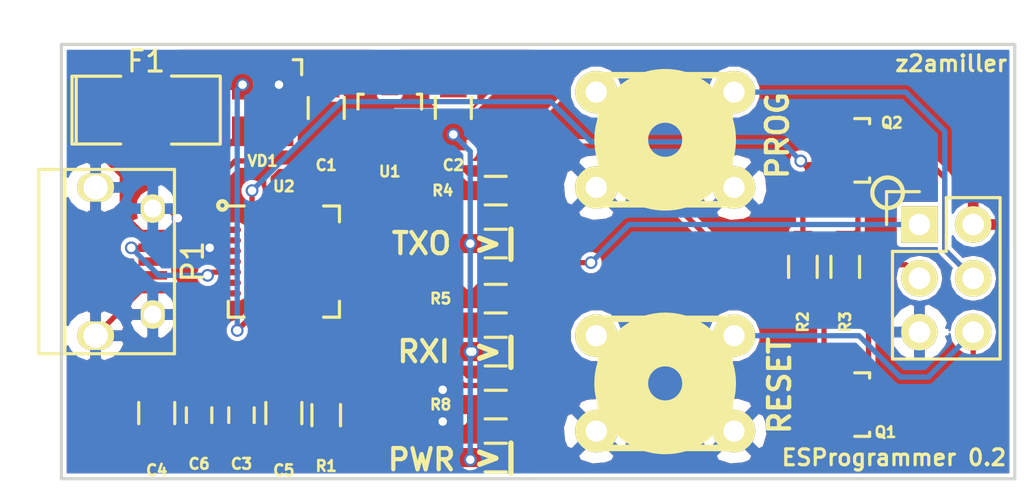
<source format=kicad_pcb>
(kicad_pcb (version 4) (host pcbnew "(2016-01-28 BZR 6518)-product")

  (general
    (links 58)
    (no_connects 0)
    (area 158.924999 86.424999 204.075001 107.075001)
    (thickness 1.6)
    (drawings 28)
    (tracks 162)
    (zones 0)
    (modules 25)
    (nets 37)
  )

  (page A4)
  (layers
    (0 F.Cu signal)
    (31 B.Cu signal)
    (32 B.Adhes user)
    (33 F.Adhes user)
    (34 B.Paste user)
    (35 F.Paste user)
    (36 B.SilkS user)
    (37 F.SilkS user)
    (38 B.Mask user)
    (39 F.Mask user)
    (40 Dwgs.User user)
    (41 Cmts.User user)
    (42 Eco1.User user)
    (43 Eco2.User user)
    (44 Edge.Cuts user)
    (45 Margin user)
    (46 B.CrtYd user)
    (47 F.CrtYd user)
    (48 B.Fab user)
    (49 F.Fab user)
  )

  (setup
    (last_trace_width 0.25)
    (trace_clearance 0.2)
    (zone_clearance 0.1)
    (zone_45_only yes)
    (trace_min 0.2)
    (segment_width 0.2)
    (edge_width 0.15)
    (via_size 0.6)
    (via_drill 0.4)
    (via_min_size 0.4)
    (via_min_drill 0.3)
    (uvia_size 0.3)
    (uvia_drill 0.1)
    (uvias_allowed no)
    (uvia_min_size 0.2)
    (uvia_min_drill 0.1)
    (pcb_text_width 0.3)
    (pcb_text_size 1.5 1.5)
    (mod_edge_width 0.15)
    (mod_text_size 1 1)
    (mod_text_width 0.15)
    (pad_size 1.80086 2.70002)
    (pad_drill 0)
    (pad_to_mask_clearance 0.2)
    (aux_axis_origin 0 0)
    (visible_elements FFFEFF7F)
    (pcbplotparams
      (layerselection 0x010f0_ffffffff)
      (usegerberextensions true)
      (excludeedgelayer true)
      (linewidth 0.100000)
      (plotframeref false)
      (viasonmask false)
      (mode 1)
      (useauxorigin false)
      (hpglpennumber 1)
      (hpglpenspeed 20)
      (hpglpendiameter 15)
      (hpglpenoverlay 2)
      (psnegative false)
      (psa4output false)
      (plotreference true)
      (plotvalue true)
      (plotinvisibletext false)
      (padsonsilk false)
      (subtractmaskfromsilk false)
      (outputformat 1)
      (mirror false)
      (drillshape 0)
      (scaleselection 1)
      (outputdirectory gerber))
  )

  (net 0 "")
  (net 1 +5V)
  (net 2 GND)
  (net 3 +3V3)
  (net 4 "Net-(D1-Pad1)")
  (net 5 "Net-(D2-Pad1)")
  (net 6 "Net-(D5-Pad1)")
  (net 7 "Net-(F1-Pad1)")
  (net 8 D-)
  (net 9 D+)
  (net 10 "Net-(P1-Pad4)")
  (net 11 RXD)
  (net 12 TXD)
  (net 13 ESP_GPIO0)
  (net 14 ESP_RST)
  (net 15 "Net-(Q1-Pad1)")
  (net 16 RTS)
  (net 17 "Net-(Q2-Pad1)")
  (net 18 DTR)
  (net 19 "Net-(R1-Pad2)")
  (net 20 "Net-(U2-Pad1)")
  (net 21 "Net-(U2-Pad2)")
  (net 22 "Net-(U2-Pad10)")
  (net 23 "Net-(U2-Pad13)")
  (net 24 "Net-(U2-Pad14)")
  (net 25 "Net-(U2-Pad15)")
  (net 26 "Net-(U2-Pad16)")
  (net 27 "Net-(U2-Pad17)")
  (net 28 "Net-(U2-Pad21)")
  (net 29 "Net-(U2-Pad22)")
  (net 30 "Net-(U2-Pad23)")
  (net 31 "Net-(U2-Pad27)")
  (net 32 "Net-(U2-Pad20)")
  (net 33 "Net-(U2-Pad19)")
  (net 34 "Net-(U2-Pad11)")
  (net 35 "Net-(U2-Pad12)")
  (net 36 "Net-(U2-Pad18)")

  (net_class Default "This is the default net class."
    (clearance 0.2)
    (trace_width 0.25)
    (via_dia 0.6)
    (via_drill 0.4)
    (uvia_dia 0.3)
    (uvia_drill 0.1)
    (add_net +3V3)
    (add_net +5V)
    (add_net D+)
    (add_net D-)
    (add_net DTR)
    (add_net ESP_GPIO0)
    (add_net ESP_RST)
    (add_net GND)
    (add_net "Net-(D1-Pad1)")
    (add_net "Net-(D2-Pad1)")
    (add_net "Net-(D5-Pad1)")
    (add_net "Net-(F1-Pad1)")
    (add_net "Net-(P1-Pad4)")
    (add_net "Net-(Q1-Pad1)")
    (add_net "Net-(Q2-Pad1)")
    (add_net "Net-(R1-Pad2)")
    (add_net "Net-(U2-Pad1)")
    (add_net "Net-(U2-Pad10)")
    (add_net "Net-(U2-Pad11)")
    (add_net "Net-(U2-Pad12)")
    (add_net "Net-(U2-Pad13)")
    (add_net "Net-(U2-Pad14)")
    (add_net "Net-(U2-Pad15)")
    (add_net "Net-(U2-Pad16)")
    (add_net "Net-(U2-Pad17)")
    (add_net "Net-(U2-Pad18)")
    (add_net "Net-(U2-Pad19)")
    (add_net "Net-(U2-Pad2)")
    (add_net "Net-(U2-Pad20)")
    (add_net "Net-(U2-Pad21)")
    (add_net "Net-(U2-Pad22)")
    (add_net "Net-(U2-Pad23)")
    (add_net "Net-(U2-Pad27)")
    (add_net RTS)
    (add_net RXD)
    (add_net TXD)
  )

  (module Resistors_SMD:R_0603_HandSoldering (layer F.Cu) (tedit 5765C3A1) (tstamp 5765A8FC)
    (at 179.5 95.9 180)
    (descr "Resistor SMD 0603, hand soldering")
    (tags "resistor 0603")
    (path /5758E5A8)
    (attr smd)
    (fp_text reference D1 (at 2.9 0 180) (layer F.SilkS) hide
      (effects (font (size 1 1) (thickness 0.15)))
    )
    (fp_text value Led_Red (at 0 1.9 180) (layer F.Fab)
      (effects (font (size 1 1) (thickness 0.15)))
    )
    (fp_line (start -2 -0.8) (end 2 -0.8) (layer F.CrtYd) (width 0.05))
    (fp_line (start -2 0.8) (end 2 0.8) (layer F.CrtYd) (width 0.05))
    (fp_line (start -2 -0.8) (end -2 0.8) (layer F.CrtYd) (width 0.05))
    (fp_line (start 2 -0.8) (end 2 0.8) (layer F.CrtYd) (width 0.05))
    (fp_line (start 0.5 0.675) (end -0.5 0.675) (layer F.SilkS) (width 0.15))
    (fp_line (start -0.5 -0.675) (end 0.5 -0.675) (layer F.SilkS) (width 0.15))
    (pad 1 smd rect (at -1.1 0 180) (size 1.2 0.9) (layers F.Cu F.Paste F.Mask)
      (net 4 "Net-(D1-Pad1)"))
    (pad 2 smd rect (at 1.1 0 180) (size 1.2 0.9) (layers F.Cu F.Paste F.Mask)
      (net 3 +3V3))
    (model Resistors_SMD.3dshapes/R_0603_HandSoldering.wrl
      (at (xyz 0 0 0))
      (scale (xyz 1 1 1))
      (rotate (xyz 0 0 0))
    )
  )

  (module TO_SOT_Packages_SMD:SOT-143 (layer F.Cu) (tedit 5765B862) (tstamp 5765A9AE)
    (at 168.5 89.5 180)
    (descr SOT-143)
    (tags SOT-143)
    (path /5758DFAA)
    (attr smd)
    (fp_text reference VD1 (at 0 -2.5 180) (layer F.SilkS)
      (effects (font (size 0.5 0.5) (thickness 0.125)))
    )
    (fp_text value SP0503BAHTG (at -0.03048 4.24942 180) (layer F.Fab)
      (effects (font (size 1 1) (thickness 0.15)))
    )
    (fp_line (start -1.8415 1.56972) (end -1.8415 2.27838) (layer F.SilkS) (width 0.15))
    (fp_line (start -1.8415 2.27838) (end -1.44018 2.27838) (layer F.SilkS) (width 0.15))
    (pad 1 smd rect (at -0.76962 1.09982 180) (size 1.19888 1.39954) (layers F.Cu F.Paste F.Mask)
      (net 2 GND))
    (pad 2 smd rect (at 0.94996 1.09982 180) (size 1.00076 1.39954) (layers F.Cu F.Paste F.Mask)
      (net 1 +5V))
    (pad 3 smd rect (at 0.94996 -1.09982 180) (size 1.00076 1.39954) (layers F.Cu F.Paste F.Mask)
      (net 8 D-))
    (pad 4 smd rect (at -0.94996 -1.09982 180) (size 1.00076 1.39954) (layers F.Cu F.Paste F.Mask)
      (net 9 D+))
    (model TO_SOT_Packages_SMD.3dshapes/SOT-143.wrl
      (at (xyz 0 0 0))
      (scale (xyz 1 1 1))
      (rotate (xyz 0 0 0))
    )
  )

  (module Capacitors_SMD:C_0805_HandSoldering (layer F.Cu) (tedit 5765BCFE) (tstamp 5765A8D8)
    (at 171.5 89.5 270)
    (descr "Capacitor SMD 0805, hand soldering")
    (tags "capacitor 0805")
    (path /5758F89F)
    (attr smd)
    (fp_text reference C1 (at 2.7 0 360) (layer F.SilkS)
      (effects (font (size 0.5 0.5) (thickness 0.125)))
    )
    (fp_text value 10uF (at 0 2.1 270) (layer F.Fab)
      (effects (font (size 1 1) (thickness 0.15)))
    )
    (fp_line (start -2.3 -1) (end 2.3 -1) (layer F.CrtYd) (width 0.05))
    (fp_line (start -2.3 1) (end 2.3 1) (layer F.CrtYd) (width 0.05))
    (fp_line (start -2.3 -1) (end -2.3 1) (layer F.CrtYd) (width 0.05))
    (fp_line (start 2.3 -1) (end 2.3 1) (layer F.CrtYd) (width 0.05))
    (fp_line (start 0.5 -0.85) (end -0.5 -0.85) (layer F.SilkS) (width 0.15))
    (fp_line (start -0.5 0.85) (end 0.5 0.85) (layer F.SilkS) (width 0.15))
    (pad 1 smd rect (at -1.25 0 270) (size 1.5 1.25) (layers F.Cu F.Paste F.Mask)
      (net 1 +5V))
    (pad 2 smd rect (at 1.25 0 270) (size 1.5 1.25) (layers F.Cu F.Paste F.Mask)
      (net 2 GND) (zone_connect 2))
    (model Capacitors_SMD.3dshapes/C_0805_HandSoldering.wrl
      (at (xyz 0 0 0))
      (scale (xyz 1 1 1))
      (rotate (xyz 0 0 0))
    )
  )

  (module Capacitors_SMD:C_0805_HandSoldering (layer F.Cu) (tedit 5765B8C8) (tstamp 5765A8DE)
    (at 177.5 89.5 90)
    (descr "Capacitor SMD 0805, hand soldering")
    (tags "capacitor 0805")
    (path /5758FA3F)
    (attr smd)
    (fp_text reference C2 (at -2.7 0 180) (layer F.SilkS)
      (effects (font (size 0.5 0.5) (thickness 0.125)))
    )
    (fp_text value 10uF (at 0 2.1 90) (layer F.Fab)
      (effects (font (size 1 1) (thickness 0.15)))
    )
    (fp_line (start -2.3 -1) (end 2.3 -1) (layer F.CrtYd) (width 0.05))
    (fp_line (start -2.3 1) (end 2.3 1) (layer F.CrtYd) (width 0.05))
    (fp_line (start -2.3 -1) (end -2.3 1) (layer F.CrtYd) (width 0.05))
    (fp_line (start 2.3 -1) (end 2.3 1) (layer F.CrtYd) (width 0.05))
    (fp_line (start 0.5 -0.85) (end -0.5 -0.85) (layer F.SilkS) (width 0.15))
    (fp_line (start -0.5 0.85) (end 0.5 0.85) (layer F.SilkS) (width 0.15))
    (pad 1 smd rect (at -1.25 0 90) (size 1.5 1.25) (layers F.Cu F.Paste F.Mask)
      (net 3 +3V3))
    (pad 2 smd rect (at 1.25 0 90) (size 1.5 1.25) (layers F.Cu F.Paste F.Mask)
      (net 2 GND))
    (model Capacitors_SMD.3dshapes/C_0805_HandSoldering.wrl
      (at (xyz 0 0 0))
      (scale (xyz 1 1 1))
      (rotate (xyz 0 0 0))
    )
  )

  (module Capacitors_SMD:C_0603_HandSoldering (layer F.Cu) (tedit 5765B97E) (tstamp 5765A8E4)
    (at 167.5 104 270)
    (descr "Capacitor SMD 0603, hand soldering")
    (tags "capacitor 0603")
    (path /5765E78A)
    (attr smd)
    (fp_text reference C3 (at 2.3 0 360) (layer F.SilkS)
      (effects (font (size 0.5 0.5) (thickness 0.125)))
    )
    (fp_text value 100nF (at 0 1.9 270) (layer F.Fab)
      (effects (font (size 1 1) (thickness 0.15)))
    )
    (fp_line (start -1.85 -0.75) (end 1.85 -0.75) (layer F.CrtYd) (width 0.05))
    (fp_line (start -1.85 0.75) (end 1.85 0.75) (layer F.CrtYd) (width 0.05))
    (fp_line (start -1.85 -0.75) (end -1.85 0.75) (layer F.CrtYd) (width 0.05))
    (fp_line (start 1.85 -0.75) (end 1.85 0.75) (layer F.CrtYd) (width 0.05))
    (fp_line (start -0.35 -0.6) (end 0.35 -0.6) (layer F.SilkS) (width 0.15))
    (fp_line (start 0.35 0.6) (end -0.35 0.6) (layer F.SilkS) (width 0.15))
    (pad 1 smd rect (at -0.95 0 270) (size 1.2 0.75) (layers F.Cu F.Paste F.Mask)
      (net 3 +3V3))
    (pad 2 smd rect (at 0.95 0 270) (size 1.2 0.75) (layers F.Cu F.Paste F.Mask)
      (net 2 GND))
    (model Capacitors_SMD.3dshapes/C_0603_HandSoldering.wrl
      (at (xyz 0 0 0))
      (scale (xyz 1 1 1))
      (rotate (xyz 0 0 0))
    )
  )

  (module Capacitors_SMD:C_0805_HandSoldering (layer F.Cu) (tedit 5765B92F) (tstamp 5765A8EA)
    (at 163.5 103.9 270)
    (descr "Capacitor SMD 0805, hand soldering")
    (tags "capacitor 0805")
    (path /5765E8B4)
    (attr smd)
    (fp_text reference C4 (at 2.7 0 360) (layer F.SilkS)
      (effects (font (size 0.5 0.5) (thickness 0.125)))
    )
    (fp_text value 1uF (at 0 2.1 270) (layer F.Fab)
      (effects (font (size 1 1) (thickness 0.15)))
    )
    (fp_line (start -2.3 -1) (end 2.3 -1) (layer F.CrtYd) (width 0.05))
    (fp_line (start -2.3 1) (end 2.3 1) (layer F.CrtYd) (width 0.05))
    (fp_line (start -2.3 -1) (end -2.3 1) (layer F.CrtYd) (width 0.05))
    (fp_line (start 2.3 -1) (end 2.3 1) (layer F.CrtYd) (width 0.05))
    (fp_line (start 0.5 -0.85) (end -0.5 -0.85) (layer F.SilkS) (width 0.15))
    (fp_line (start -0.5 0.85) (end 0.5 0.85) (layer F.SilkS) (width 0.15))
    (pad 1 smd rect (at -1.25 0 270) (size 1.5 1.25) (layers F.Cu F.Paste F.Mask)
      (net 3 +3V3))
    (pad 2 smd rect (at 1.25 0 270) (size 1.5 1.25) (layers F.Cu F.Paste F.Mask)
      (net 2 GND))
    (model Capacitors_SMD.3dshapes/C_0805_HandSoldering.wrl
      (at (xyz 0 0 0))
      (scale (xyz 1 1 1))
      (rotate (xyz 0 0 0))
    )
  )

  (module Capacitors_SMD:C_0805_HandSoldering (layer F.Cu) (tedit 5765B99E) (tstamp 5765A8F0)
    (at 169.5 103.9 270)
    (descr "Capacitor SMD 0805, hand soldering")
    (tags "capacitor 0805")
    (path /5765EA15)
    (attr smd)
    (fp_text reference C5 (at 2.7 0 360) (layer F.SilkS)
      (effects (font (size 0.5 0.5) (thickness 0.125)))
    )
    (fp_text value 4.7uF (at 0 2.1 270) (layer F.Fab)
      (effects (font (size 1 1) (thickness 0.15)))
    )
    (fp_line (start -2.3 -1) (end 2.3 -1) (layer F.CrtYd) (width 0.05))
    (fp_line (start -2.3 1) (end 2.3 1) (layer F.CrtYd) (width 0.05))
    (fp_line (start -2.3 -1) (end -2.3 1) (layer F.CrtYd) (width 0.05))
    (fp_line (start 2.3 -1) (end 2.3 1) (layer F.CrtYd) (width 0.05))
    (fp_line (start 0.5 -0.85) (end -0.5 -0.85) (layer F.SilkS) (width 0.15))
    (fp_line (start -0.5 0.85) (end 0.5 0.85) (layer F.SilkS) (width 0.15))
    (pad 1 smd rect (at -1.25 0 270) (size 1.5 1.25) (layers F.Cu F.Paste F.Mask)
      (net 3 +3V3))
    (pad 2 smd rect (at 1.25 0 270) (size 1.5 1.25) (layers F.Cu F.Paste F.Mask)
      (net 2 GND))
    (model Capacitors_SMD.3dshapes/C_0805_HandSoldering.wrl
      (at (xyz 0 0 0))
      (scale (xyz 1 1 1))
      (rotate (xyz 0 0 0))
    )
  )

  (module Capacitors_SMD:C_0603_HandSoldering (layer F.Cu) (tedit 5765B962) (tstamp 5765A8F6)
    (at 165.5 104 270)
    (descr "Capacitor SMD 0603, hand soldering")
    (tags "capacitor 0603")
    (path /5765EA7B)
    (attr smd)
    (fp_text reference C6 (at 2.3 0 360) (layer F.SilkS)
      (effects (font (size 0.5 0.5) (thickness 0.125)))
    )
    (fp_text value 100nF (at 0 1.9 270) (layer F.Fab)
      (effects (font (size 1 1) (thickness 0.15)))
    )
    (fp_line (start -1.85 -0.75) (end 1.85 -0.75) (layer F.CrtYd) (width 0.05))
    (fp_line (start -1.85 0.75) (end 1.85 0.75) (layer F.CrtYd) (width 0.05))
    (fp_line (start -1.85 -0.75) (end -1.85 0.75) (layer F.CrtYd) (width 0.05))
    (fp_line (start 1.85 -0.75) (end 1.85 0.75) (layer F.CrtYd) (width 0.05))
    (fp_line (start -0.35 -0.6) (end 0.35 -0.6) (layer F.SilkS) (width 0.15))
    (fp_line (start 0.35 0.6) (end -0.35 0.6) (layer F.SilkS) (width 0.15))
    (pad 1 smd rect (at -0.95 0 270) (size 1.2 0.75) (layers F.Cu F.Paste F.Mask)
      (net 3 +3V3))
    (pad 2 smd rect (at 0.95 0 270) (size 1.2 0.75) (layers F.Cu F.Paste F.Mask)
      (net 2 GND))
    (model Capacitors_SMD.3dshapes/C_0603_HandSoldering.wrl
      (at (xyz 0 0 0))
      (scale (xyz 1 1 1))
      (rotate (xyz 0 0 0))
    )
  )

  (module Resistors_SMD:R_0603_HandSoldering (layer F.Cu) (tedit 5765C3E1) (tstamp 5765A902)
    (at 179.5 101 180)
    (descr "Resistor SMD 0603, hand soldering")
    (tags "resistor 0603")
    (path /5758E64A)
    (attr smd)
    (fp_text reference D2 (at 0 -1.9 180) (layer F.SilkS) hide
      (effects (font (size 1 1) (thickness 0.15)))
    )
    (fp_text value Led_Yellow (at 0 1.9 180) (layer F.Fab)
      (effects (font (size 1 1) (thickness 0.15)))
    )
    (fp_line (start -2 -0.8) (end 2 -0.8) (layer F.CrtYd) (width 0.05))
    (fp_line (start -2 0.8) (end 2 0.8) (layer F.CrtYd) (width 0.05))
    (fp_line (start -2 -0.8) (end -2 0.8) (layer F.CrtYd) (width 0.05))
    (fp_line (start 2 -0.8) (end 2 0.8) (layer F.CrtYd) (width 0.05))
    (fp_line (start 0.5 0.675) (end -0.5 0.675) (layer F.SilkS) (width 0.15))
    (fp_line (start -0.5 -0.675) (end 0.5 -0.675) (layer F.SilkS) (width 0.15))
    (pad 1 smd rect (at -1.1 0 180) (size 1.2 0.9) (layers F.Cu F.Paste F.Mask)
      (net 5 "Net-(D2-Pad1)"))
    (pad 2 smd rect (at 1.1 0 180) (size 1.2 0.9) (layers F.Cu F.Paste F.Mask)
      (net 3 +3V3))
    (model Resistors_SMD.3dshapes/R_0603_HandSoldering.wrl
      (at (xyz 0 0 0))
      (scale (xyz 1 1 1))
      (rotate (xyz 0 0 0))
    )
  )

  (module Resistors_SMD:R_0603_HandSoldering (layer F.Cu) (tedit 5765C408) (tstamp 5765A914)
    (at 179.5 106 180)
    (descr "Resistor SMD 0603, hand soldering")
    (tags "resistor 0603")
    (path /5758E6CB)
    (attr smd)
    (fp_text reference D5 (at 3.1 0 180) (layer F.SilkS) hide
      (effects (font (size 1 1) (thickness 0.15)))
    )
    (fp_text value Led_Amber (at 0 1.9 180) (layer F.Fab)
      (effects (font (size 1 1) (thickness 0.15)))
    )
    (fp_line (start -2 -0.8) (end 2 -0.8) (layer F.CrtYd) (width 0.05))
    (fp_line (start -2 0.8) (end 2 0.8) (layer F.CrtYd) (width 0.05))
    (fp_line (start -2 -0.8) (end -2 0.8) (layer F.CrtYd) (width 0.05))
    (fp_line (start 2 -0.8) (end 2 0.8) (layer F.CrtYd) (width 0.05))
    (fp_line (start 0.5 0.675) (end -0.5 0.675) (layer F.SilkS) (width 0.15))
    (fp_line (start -0.5 -0.675) (end 0.5 -0.675) (layer F.SilkS) (width 0.15))
    (pad 1 smd rect (at -1.1 0 180) (size 1.2 0.9) (layers F.Cu F.Paste F.Mask)
      (net 6 "Net-(D5-Pad1)"))
    (pad 2 smd rect (at 1.1 0 180) (size 1.2 0.9) (layers F.Cu F.Paste F.Mask)
      (net 3 +3V3))
    (model Resistors_SMD.3dshapes/R_0603_HandSoldering.wrl
      (at (xyz 0 0 0))
      (scale (xyz 1 1 1))
      (rotate (xyz 0 0 0))
    )
  )

  (module SMD_Packages:SMD-2010_Pol (layer F.Cu) (tedit 5765CAF0) (tstamp 5765A91A)
    (at 163 89.6)
    (tags "CMS SMD")
    (path /5758E2BF)
    (attr smd)
    (fp_text reference F1 (at 0 -2.3) (layer F.SilkS)
      (effects (font (size 1 1) (thickness 0.15)))
    )
    (fp_text value 500mA (at 0 0.8) (layer F.Fab)
      (effects (font (size 1 1) (thickness 0.15)))
    )
    (fp_line (start -3.3 -1.6) (end -3.3 1.6) (layer F.SilkS) (width 0.15))
    (fp_line (start 3.50012 -1.6002) (end 3.50012 1.6002) (layer F.SilkS) (width 0.15))
    (fp_line (start -3.5 -1.6) (end -3.5 1.6) (layer F.SilkS) (width 0.15))
    (fp_line (start 1.19634 1.60528) (end 3.48234 1.60528) (layer F.SilkS) (width 0.15))
    (fp_line (start 3.48234 -1.60528) (end 1.19634 -1.60528) (layer F.SilkS) (width 0.15))
    (fp_line (start -1.2 -1.6) (end -3.5 -1.6) (layer F.SilkS) (width 0.15))
    (fp_line (start -3.5 1.6) (end -1.2 1.6) (layer F.SilkS) (width 0.15))
    (pad 1 smd rect (at -2.4003 0) (size 1.80086 2.70002) (layers F.Cu F.Paste F.Mask)
      (net 7 "Net-(F1-Pad1)") (zone_connect 2))
    (pad 2 smd rect (at 2.4003 0) (size 1.80086 2.70002) (layers F.Cu F.Paste F.Mask)
      (net 1 +5V) (zone_connect 2))
    (model SMD_Packages.3dshapes/SMD-2010_Pol.wrl
      (at (xyz 0 0 0))
      (scale (xyz 0.35 0.35 0.35))
      (rotate (xyz 0 0 0))
    )
  )

  (module Connect:USB_Micro-B (layer F.Cu) (tedit 5765C884) (tstamp 5765A927)
    (at 161.75 96.75 270)
    (descr "Micro USB Type B Receptacle")
    (tags "USB USB_B USB_micro USB_OTG")
    (path /5758E168)
    (solder_mask_margin 0.05)
    (attr smd)
    (fp_text reference P1 (at 0 -3.45 270) (layer F.SilkS)
      (effects (font (size 1 1) (thickness 0.15)))
    )
    (fp_text value USB_OTG (at 0 4.8 270) (layer F.Fab)
      (effects (font (size 1 1) (thickness 0.15)))
    )
    (fp_line (start -4.6 -2.8) (end 4.6 -2.8) (layer F.CrtYd) (width 0.05))
    (fp_line (start 4.6 -2.8) (end 4.6 4.05) (layer F.CrtYd) (width 0.05))
    (fp_line (start 4.6 4.05) (end -4.6 4.05) (layer F.CrtYd) (width 0.05))
    (fp_line (start -4.6 4.05) (end -4.6 -2.8) (layer F.CrtYd) (width 0.05))
    (fp_line (start -4.3509 3.81746) (end 4.3491 3.81746) (layer F.SilkS) (width 0.15))
    (fp_line (start -4.3509 -2.58754) (end 4.3491 -2.58754) (layer F.SilkS) (width 0.15))
    (fp_line (start 4.3491 -2.58754) (end 4.3491 3.81746) (layer F.SilkS) (width 0.15))
    (fp_line (start 4.3491 2.58746) (end -4.3509 2.58746) (layer F.SilkS) (width 0.15))
    (fp_line (start -4.3509 3.81746) (end -4.3509 -2.58754) (layer F.SilkS) (width 0.15))
    (pad 1 smd rect (at -1.3009 -1.56254) (size 1.35 0.4) (layers F.Cu F.Paste F.Mask)
      (net 7 "Net-(F1-Pad1)"))
    (pad 2 smd rect (at -0.6509 -1.56254) (size 1.35 0.4) (layers F.Cu F.Paste F.Mask)
      (net 8 D-))
    (pad 3 smd rect (at -0.0009 -1.56254) (size 1.35 0.4) (layers F.Cu F.Paste F.Mask)
      (net 9 D+))
    (pad 4 smd rect (at 0.6491 -1.56254) (size 1.35 0.4) (layers F.Cu F.Paste F.Mask)
      (net 10 "Net-(P1-Pad4)"))
    (pad 5 smd rect (at 1.2991 -1.56254) (size 1.35 0.4) (layers F.Cu F.Paste F.Mask)
      (net 2 GND))
    (pad 6 thru_hole oval (at -2.5009 -1.56254) (size 1.15 1.35) (drill 0.85) (layers *.Cu *.Mask F.SilkS)
      (net 2 GND))
    (pad 6 thru_hole oval (at 2.4991 -1.56254) (size 1.15 1.35) (drill 0.85) (layers *.Cu *.Mask F.SilkS)
      (net 2 GND))
    (pad 6 thru_hole oval (at -3.5009 1.13746) (size 1.75 1.35) (drill 1.15) (layers *.Cu *.Mask F.SilkS)
      (net 2 GND))
    (pad 6 thru_hole oval (at 3.4991 1.13746) (size 1.75 1.35) (drill 1.15) (layers *.Cu *.Mask F.SilkS)
      (net 2 GND))
  )

  (module Pin_Headers:Pin_Header_Straight_2x03 (layer F.Cu) (tedit 5765C659) (tstamp 5765A931)
    (at 199.5 95)
    (descr "Through hole pin header")
    (tags "pin header")
    (path /57658F87)
    (fp_text reference P2 (at 3 -2.4) (layer F.SilkS) hide
      (effects (font (size 1 1) (thickness 0.15)))
    )
    (fp_text value CONN_02X03 (at 0 -3.1) (layer F.Fab)
      (effects (font (size 1 1) (thickness 0.15)))
    )
    (fp_line (start -1.27 1.27) (end -1.27 6.35) (layer F.SilkS) (width 0.15))
    (fp_line (start -1.55 -1.55) (end 0 -1.55) (layer F.SilkS) (width 0.15))
    (fp_line (start -1.75 -1.75) (end -1.75 6.85) (layer F.CrtYd) (width 0.05))
    (fp_line (start 4.3 -1.75) (end 4.3 6.85) (layer F.CrtYd) (width 0.05))
    (fp_line (start -1.75 -1.75) (end 4.3 -1.75) (layer F.CrtYd) (width 0.05))
    (fp_line (start -1.75 6.85) (end 4.3 6.85) (layer F.CrtYd) (width 0.05))
    (fp_line (start 1.27 -1.27) (end 1.27 1.27) (layer F.SilkS) (width 0.15))
    (fp_line (start 1.27 1.27) (end -1.27 1.27) (layer F.SilkS) (width 0.15))
    (fp_line (start -1.27 6.35) (end 3.81 6.35) (layer F.SilkS) (width 0.15))
    (fp_line (start 3.81 6.35) (end 3.81 1.27) (layer F.SilkS) (width 0.15))
    (fp_line (start -1.55 -1.55) (end -1.55 0) (layer F.SilkS) (width 0.15))
    (fp_line (start 3.81 -1.27) (end 1.27 -1.27) (layer F.SilkS) (width 0.15))
    (fp_line (start 3.81 1.27) (end 3.81 -1.27) (layer F.SilkS) (width 0.15))
    (pad 1 thru_hole rect (at 0 0) (size 1.7272 1.7272) (drill 1.016) (layers *.Cu *.Mask F.SilkS)
      (net 11 RXD))
    (pad 2 thru_hole oval (at 2.54 0) (size 1.7272 1.7272) (drill 1.016) (layers *.Cu *.Mask F.SilkS)
      (net 3 +3V3))
    (pad 3 thru_hole oval (at 0 2.54) (size 1.7272 1.7272) (drill 1.016) (layers *.Cu *.Mask F.SilkS)
      (net 12 TXD))
    (pad 4 thru_hole oval (at 2.54 2.54) (size 1.7272 1.7272) (drill 1.016) (layers *.Cu *.Mask F.SilkS)
      (net 13 ESP_GPIO0))
    (pad 5 thru_hole oval (at 0 5.08) (size 1.7272 1.7272) (drill 1.016) (layers *.Cu *.Mask F.SilkS)
      (net 2 GND))
    (pad 6 thru_hole oval (at 2.54 5.08) (size 1.7272 1.7272) (drill 1.016) (layers *.Cu *.Mask F.SilkS)
      (net 14 ESP_RST))
    (model Pin_Headers.3dshapes/Pin_Header_Straight_2x03.wrl
      (at (xyz 0.05 -0.1 0))
      (scale (xyz 1 1 1))
      (rotate (xyz 0 0 90))
    )
  )

  (module Resistors_SMD:R_0603_HandSoldering (layer F.Cu) (tedit 5765B9B0) (tstamp 5765A945)
    (at 171.5 104 90)
    (descr "Resistor SMD 0603, hand soldering")
    (tags "resistor 0603")
    (path /5765CE24)
    (attr smd)
    (fp_text reference R1 (at -2.4 0 180) (layer F.SilkS)
      (effects (font (size 0.5 0.5) (thickness 0.125)))
    )
    (fp_text value 10k (at 0 1.9 90) (layer F.Fab)
      (effects (font (size 1 1) (thickness 0.15)))
    )
    (fp_line (start -2 -0.8) (end 2 -0.8) (layer F.CrtYd) (width 0.05))
    (fp_line (start -2 0.8) (end 2 0.8) (layer F.CrtYd) (width 0.05))
    (fp_line (start -2 -0.8) (end -2 0.8) (layer F.CrtYd) (width 0.05))
    (fp_line (start 2 -0.8) (end 2 0.8) (layer F.CrtYd) (width 0.05))
    (fp_line (start 0.5 0.675) (end -0.5 0.675) (layer F.SilkS) (width 0.15))
    (fp_line (start -0.5 -0.675) (end 0.5 -0.675) (layer F.SilkS) (width 0.15))
    (pad 1 smd rect (at -1.1 0 90) (size 1.2 0.9) (layers F.Cu F.Paste F.Mask)
      (net 3 +3V3))
    (pad 2 smd rect (at 1.1 0 90) (size 1.2 0.9) (layers F.Cu F.Paste F.Mask)
      (net 19 "Net-(R1-Pad2)"))
    (model Resistors_SMD.3dshapes/R_0603_HandSoldering.wrl
      (at (xyz 0 0 0))
      (scale (xyz 1 1 1))
      (rotate (xyz 0 0 0))
    )
  )

  (module Resistors_SMD:R_0603_HandSoldering (layer F.Cu) (tedit 5765C45E) (tstamp 5765A94B)
    (at 194 97 90)
    (descr "Resistor SMD 0603, hand soldering")
    (tags "resistor 0603")
    (path /5758FE3E)
    (attr smd)
    (fp_text reference R2 (at -2.6 0 90) (layer F.SilkS)
      (effects (font (size 0.5 0.5) (thickness 0.125)))
    )
    (fp_text value 10k (at 0 1.9 90) (layer F.Fab)
      (effects (font (size 1 1) (thickness 0.15)))
    )
    (fp_line (start -2 -0.8) (end 2 -0.8) (layer F.CrtYd) (width 0.05))
    (fp_line (start -2 0.8) (end 2 0.8) (layer F.CrtYd) (width 0.05))
    (fp_line (start -2 -0.8) (end -2 0.8) (layer F.CrtYd) (width 0.05))
    (fp_line (start 2 -0.8) (end 2 0.8) (layer F.CrtYd) (width 0.05))
    (fp_line (start 0.5 0.675) (end -0.5 0.675) (layer F.SilkS) (width 0.15))
    (fp_line (start -0.5 -0.675) (end 0.5 -0.675) (layer F.SilkS) (width 0.15))
    (pad 1 smd rect (at -1.1 0 90) (size 1.2 0.9) (layers F.Cu F.Paste F.Mask)
      (net 15 "Net-(Q1-Pad1)"))
    (pad 2 smd rect (at 1.1 0 90) (size 1.2 0.9) (layers F.Cu F.Paste F.Mask)
      (net 18 DTR))
    (model Resistors_SMD.3dshapes/R_0603_HandSoldering.wrl
      (at (xyz 0 0 0))
      (scale (xyz 1 1 1))
      (rotate (xyz 0 0 0))
    )
  )

  (module Resistors_SMD:R_0603_HandSoldering (layer F.Cu) (tedit 5765C46B) (tstamp 5765A951)
    (at 196 97 270)
    (descr "Resistor SMD 0603, hand soldering")
    (tags "resistor 0603")
    (path /5758FEE0)
    (attr smd)
    (fp_text reference R3 (at 2.6 0 270) (layer F.SilkS)
      (effects (font (size 0.5 0.5) (thickness 0.125)))
    )
    (fp_text value 10k (at 0 1.9 270) (layer F.Fab)
      (effects (font (size 1 1) (thickness 0.15)))
    )
    (fp_line (start -2 -0.8) (end 2 -0.8) (layer F.CrtYd) (width 0.05))
    (fp_line (start -2 0.8) (end 2 0.8) (layer F.CrtYd) (width 0.05))
    (fp_line (start -2 -0.8) (end -2 0.8) (layer F.CrtYd) (width 0.05))
    (fp_line (start 2 -0.8) (end 2 0.8) (layer F.CrtYd) (width 0.05))
    (fp_line (start 0.5 0.675) (end -0.5 0.675) (layer F.SilkS) (width 0.15))
    (fp_line (start -0.5 -0.675) (end 0.5 -0.675) (layer F.SilkS) (width 0.15))
    (pad 1 smd rect (at -1.1 0 270) (size 1.2 0.9) (layers F.Cu F.Paste F.Mask)
      (net 17 "Net-(Q2-Pad1)"))
    (pad 2 smd rect (at 1.1 0 270) (size 1.2 0.9) (layers F.Cu F.Paste F.Mask)
      (net 16 RTS))
    (model Resistors_SMD.3dshapes/R_0603_HandSoldering.wrl
      (at (xyz 0 0 0))
      (scale (xyz 1 1 1))
      (rotate (xyz 0 0 0))
    )
  )

  (module Resistors_SMD:R_0603_HandSoldering (layer F.Cu) (tedit 5765C32E) (tstamp 5765A957)
    (at 179.5 93.4 180)
    (descr "Resistor SMD 0603, hand soldering")
    (tags "resistor 0603")
    (path /5758E9A1)
    (attr smd)
    (fp_text reference R4 (at 2.5 0 180) (layer F.SilkS)
      (effects (font (size 0.5 0.5) (thickness 0.125)))
    )
    (fp_text value 220 (at 0 1.9 180) (layer F.Fab)
      (effects (font (size 1 1) (thickness 0.15)))
    )
    (fp_line (start -2 -0.8) (end 2 -0.8) (layer F.CrtYd) (width 0.05))
    (fp_line (start -2 0.8) (end 2 0.8) (layer F.CrtYd) (width 0.05))
    (fp_line (start -2 -0.8) (end -2 0.8) (layer F.CrtYd) (width 0.05))
    (fp_line (start 2 -0.8) (end 2 0.8) (layer F.CrtYd) (width 0.05))
    (fp_line (start 0.5 0.675) (end -0.5 0.675) (layer F.SilkS) (width 0.15))
    (fp_line (start -0.5 -0.675) (end 0.5 -0.675) (layer F.SilkS) (width 0.15))
    (pad 1 smd rect (at -1.1 0 180) (size 1.2 0.9) (layers F.Cu F.Paste F.Mask)
      (net 4 "Net-(D1-Pad1)"))
    (pad 2 smd rect (at 1.1 0 180) (size 1.2 0.9) (layers F.Cu F.Paste F.Mask)
      (net 12 TXD))
    (model Resistors_SMD.3dshapes/R_0603_HandSoldering.wrl
      (at (xyz 0 0 0))
      (scale (xyz 1 1 1))
      (rotate (xyz 0 0 0))
    )
  )

  (module Resistors_SMD:R_0603_HandSoldering (layer F.Cu) (tedit 5765C3D9) (tstamp 5765A95D)
    (at 179.5 98.5 180)
    (descr "Resistor SMD 0603, hand soldering")
    (tags "resistor 0603")
    (path /5758EA14)
    (attr smd)
    (fp_text reference R5 (at 2.6 0 180) (layer F.SilkS)
      (effects (font (size 0.5 0.5) (thickness 0.125)))
    )
    (fp_text value 220 (at 0 1.9 180) (layer F.Fab)
      (effects (font (size 1 1) (thickness 0.15)))
    )
    (fp_line (start -2 -0.8) (end 2 -0.8) (layer F.CrtYd) (width 0.05))
    (fp_line (start -2 0.8) (end 2 0.8) (layer F.CrtYd) (width 0.05))
    (fp_line (start -2 -0.8) (end -2 0.8) (layer F.CrtYd) (width 0.05))
    (fp_line (start 2 -0.8) (end 2 0.8) (layer F.CrtYd) (width 0.05))
    (fp_line (start 0.5 0.675) (end -0.5 0.675) (layer F.SilkS) (width 0.15))
    (fp_line (start -0.5 -0.675) (end 0.5 -0.675) (layer F.SilkS) (width 0.15))
    (pad 1 smd rect (at -1.1 0 180) (size 1.2 0.9) (layers F.Cu F.Paste F.Mask)
      (net 5 "Net-(D2-Pad1)"))
    (pad 2 smd rect (at 1.1 0 180) (size 1.2 0.9) (layers F.Cu F.Paste F.Mask)
      (net 11 RXD))
    (model Resistors_SMD.3dshapes/R_0603_HandSoldering.wrl
      (at (xyz 0 0 0))
      (scale (xyz 1 1 1))
      (rotate (xyz 0 0 0))
    )
  )

  (module Resistors_SMD:R_0603_HandSoldering (layer F.Cu) (tedit 5765C404) (tstamp 5765A96F)
    (at 179.5 103.5 180)
    (descr "Resistor SMD 0603, hand soldering")
    (tags "resistor 0603")
    (path /5758EAA2)
    (attr smd)
    (fp_text reference R8 (at 2.6 0 180) (layer F.SilkS)
      (effects (font (size 0.5 0.5) (thickness 0.125)))
    )
    (fp_text value 220 (at 0 1.9 180) (layer F.Fab)
      (effects (font (size 1 1) (thickness 0.15)))
    )
    (fp_line (start -2 -0.8) (end 2 -0.8) (layer F.CrtYd) (width 0.05))
    (fp_line (start -2 0.8) (end 2 0.8) (layer F.CrtYd) (width 0.05))
    (fp_line (start -2 -0.8) (end -2 0.8) (layer F.CrtYd) (width 0.05))
    (fp_line (start 2 -0.8) (end 2 0.8) (layer F.CrtYd) (width 0.05))
    (fp_line (start 0.5 0.675) (end -0.5 0.675) (layer F.SilkS) (width 0.15))
    (fp_line (start -0.5 -0.675) (end 0.5 -0.675) (layer F.SilkS) (width 0.15))
    (pad 1 smd rect (at -1.1 0 180) (size 1.2 0.9) (layers F.Cu F.Paste F.Mask)
      (net 6 "Net-(D5-Pad1)"))
    (pad 2 smd rect (at 1.1 0 180) (size 1.2 0.9) (layers F.Cu F.Paste F.Mask)
      (net 2 GND))
    (model Resistors_SMD.3dshapes/R_0603_HandSoldering.wrl
      (at (xyz 0 0 0))
      (scale (xyz 1 1 1))
      (rotate (xyz 0 0 0))
    )
  )

  (module TO_SOT_Packages_SMD:SOT-23_Handsoldering (layer F.Cu) (tedit 5765B8AB) (tstamp 5765A986)
    (at 174.5 89.5)
    (descr "SOT-23, Handsoldering")
    (tags SOT-23)
    (path /5758E3DC)
    (attr smd)
    (fp_text reference U1 (at 0 3) (layer F.SilkS)
      (effects (font (size 0.5 0.5) (thickness 0.125)))
    )
    (fp_text value AP1117 (at 0 3.81) (layer F.Fab)
      (effects (font (size 1 1) (thickness 0.15)))
    )
    (fp_line (start -1.49982 0.0508) (end -1.49982 -0.65024) (layer F.SilkS) (width 0.15))
    (fp_line (start -1.49982 -0.65024) (end -1.2509 -0.65024) (layer F.SilkS) (width 0.15))
    (fp_line (start 1.29916 -0.65024) (end 1.49982 -0.65024) (layer F.SilkS) (width 0.15))
    (fp_line (start 1.49982 -0.65024) (end 1.49982 0.0508) (layer F.SilkS) (width 0.15))
    (pad 1 smd rect (at -0.95 1.50114) (size 0.8001 1.80086) (layers F.Cu F.Paste F.Mask)
      (net 2 GND))
    (pad 2 smd rect (at 0.95 1.50114) (size 0.8001 1.80086) (layers F.Cu F.Paste F.Mask)
      (net 3 +3V3))
    (pad 3 smd rect (at 0 -1.50114) (size 0.8001 1.80086) (layers F.Cu F.Paste F.Mask)
      (net 1 +5V))
    (model TO_SOT_Packages_SMD.3dshapes/SOT-23_Handsoldering.wrl
      (at (xyz 0 0 0))
      (scale (xyz 1 1 1))
      (rotate (xyz 0 0 0))
    )
  )

  (module w_switch:PCB_PUSH (layer F.Cu) (tedit 5765C9C5) (tstamp 5765A97F)
    (at 187.5 102.5 270)
    (descr "PCB pushbutton, Tyco FSM6x6 series")
    (tags pushbutton)
    (path /5758E973)
    (fp_text reference SW2 (at 0 -5.08 270) (layer F.SilkS) hide
      (effects (font (size 1.27 1.27) (thickness 0.3175)))
    )
    (fp_text value SW_PUSH (at 0 5.588 270) (layer F.SilkS) hide
      (effects (font (size 1.27 1.27) (thickness 0.254)))
    )
    (fp_line (start -3.048 -3.048) (end 3.048 -3.048) (layer F.SilkS) (width 0.3048))
    (fp_line (start 3.048 -3.048) (end 3.048 3.048) (layer F.SilkS) (width 0.3048))
    (fp_line (start 3.048 3.048) (end -3.048 3.048) (layer F.SilkS) (width 0.3048))
    (fp_line (start -3.048 3.048) (end -3.048 -3.048) (layer F.SilkS) (width 0.3048))
    (fp_circle (center 0 0) (end -0.762 0.254) (layer F.SilkS) (width 2.54))
    (pad 1 thru_hole circle (at -2.25044 -3.2512 270) (size 1.99898 1.99898) (drill 1.00076) (layers *.Cu *.Mask F.SilkS)
      (net 14 ESP_RST))
    (pad 2 thru_hole circle (at 2.25044 3.2512 270) (size 1.99898 1.99898) (drill 1.00076) (layers *.Cu *.Mask F.SilkS)
      (net 2 GND))
    (pad 4 thru_hole circle (at 2.25044 -3.2512 270) (size 1.99898 1.99898) (drill 1.00076) (layers *.Cu *.Mask F.SilkS)
      (net 2 GND))
    (pad 3 thru_hole circle (at -2.25044 3.2512 270) (size 1.99898 1.99898) (drill 1.00076) (layers *.Cu *.Mask F.SilkS))
    (model walter/switch/pcb_push.wrl
      (at (xyz 0 0 0))
      (scale (xyz 1 1 1))
      (rotate (xyz 0 0 0))
    )
  )

  (module w_switch:PCB_PUSH (layer F.Cu) (tedit 5765C9BD) (tstamp 5765A977)
    (at 187.5 91 270)
    (descr "PCB pushbutton, Tyco FSM6x6 series")
    (tags pushbutton)
    (path /5758E75C)
    (fp_text reference SW1 (at 0 -5.08 270) (layer F.SilkS) hide
      (effects (font (size 1.27 1.27) (thickness 0.3175)))
    )
    (fp_text value SW_PUSH (at 0 5.588 270) (layer F.SilkS) hide
      (effects (font (size 1.27 1.27) (thickness 0.254)))
    )
    (fp_line (start -3.048 -3.048) (end 3.048 -3.048) (layer F.SilkS) (width 0.3048))
    (fp_line (start 3.048 -3.048) (end 3.048 3.048) (layer F.SilkS) (width 0.3048))
    (fp_line (start 3.048 3.048) (end -3.048 3.048) (layer F.SilkS) (width 0.3048))
    (fp_line (start -3.048 3.048) (end -3.048 -3.048) (layer F.SilkS) (width 0.3048))
    (fp_circle (center 0 0) (end -0.762 0.254) (layer F.SilkS) (width 2.54))
    (pad 1 thru_hole circle (at -2.25044 -3.2512 270) (size 1.99898 1.99898) (drill 1.00076) (layers *.Cu *.Mask F.SilkS)
      (net 13 ESP_GPIO0))
    (pad 2 thru_hole circle (at 2.25044 3.2512 270) (size 1.99898 1.99898) (drill 1.00076) (layers *.Cu *.Mask F.SilkS)
      (net 2 GND))
    (pad 4 thru_hole circle (at 2.25044 -3.2512 270) (size 1.99898 1.99898) (drill 1.00076) (layers *.Cu *.Mask F.SilkS)
      (net 2 GND))
    (pad 3 thru_hole circle (at -2.25044 3.2512 270) (size 1.99898 1.99898) (drill 1.00076) (layers *.Cu *.Mask F.SilkS))
    (model walter/switch/pcb_push.wrl
      (at (xyz 0 0 0))
      (scale (xyz 1 1 1))
      (rotate (xyz 0 0 0))
    )
  )

  (module Housings_DFN_QFN:QFN-28-1EP_5x5mm_Pitch0.5mm (layer F.Cu) (tedit 5765CA4C) (tstamp 5765A9A6)
    (at 169.5 96.75)
    (descr "28-Lead Plastic Quad Flat, No Lead Package (MQ) - 5x5x0.9 mm Body [QFN or VQFN]; (see Microchip Packaging Specification 00000049BS.pdf)")
    (tags "QFN 0.5")
    (path /5758E1E9)
    (solder_mask_margin 0.05)
    (attr smd)
    (fp_text reference U2 (at 0 -3.55) (layer F.SilkS)
      (effects (font (size 0.5 0.5) (thickness 0.125)))
    )
    (fp_text value CP2102 (at 0 3.875) (layer F.Fab)
      (effects (font (size 1 1) (thickness 0.15)))
    )
    (fp_line (start -3.15 -3.15) (end -3.15 3.15) (layer F.CrtYd) (width 0.05))
    (fp_line (start 3.15 -3.15) (end 3.15 3.15) (layer F.CrtYd) (width 0.05))
    (fp_line (start -3.15 -3.15) (end 3.15 -3.15) (layer F.CrtYd) (width 0.05))
    (fp_line (start -3.15 3.15) (end 3.15 3.15) (layer F.CrtYd) (width 0.05))
    (fp_line (start 2.625 -2.625) (end 2.625 -1.875) (layer F.SilkS) (width 0.15))
    (fp_line (start -2.625 2.625) (end -2.625 1.875) (layer F.SilkS) (width 0.15))
    (fp_line (start 2.625 2.625) (end 2.625 1.875) (layer F.SilkS) (width 0.15))
    (fp_line (start -2.625 -2.625) (end -1.875 -2.625) (layer F.SilkS) (width 0.15))
    (fp_line (start -2.625 2.625) (end -1.875 2.625) (layer F.SilkS) (width 0.15))
    (fp_line (start 2.625 2.625) (end 1.875 2.625) (layer F.SilkS) (width 0.15))
    (fp_line (start 2.625 -2.625) (end 1.875 -2.625) (layer F.SilkS) (width 0.15))
    (pad 1 smd oval (at -2.45 -1.5) (size 0.85 0.3) (layers F.Cu F.Paste F.Mask)
      (net 20 "Net-(U2-Pad1)"))
    (pad 2 smd oval (at -2.45 -1) (size 0.85 0.3) (layers F.Cu F.Paste F.Mask)
      (net 21 "Net-(U2-Pad2)"))
    (pad 3 smd oval (at -2.45 -0.5) (size 0.85 0.3) (layers F.Cu F.Paste F.Mask)
      (net 2 GND))
    (pad 4 smd oval (at -2.45 0) (size 0.85 0.3) (layers F.Cu F.Paste F.Mask)
      (net 9 D+))
    (pad 5 smd oval (at -2.45 0.5) (size 0.85 0.3) (layers F.Cu F.Paste F.Mask)
      (net 8 D-))
    (pad 6 smd oval (at -2.45 1) (size 0.85 0.3) (layers F.Cu F.Paste F.Mask)
      (net 3 +3V3))
    (pad 7 smd oval (at -2.45 1.5) (size 0.85 0.3) (layers F.Cu F.Paste F.Mask)
      (net 3 +3V3))
    (pad 8 smd oval (at -1.5 2.45 90) (size 0.85 0.3) (layers F.Cu F.Paste F.Mask)
      (net 1 +5V))
    (pad 9 smd oval (at -1 2.45 90) (size 0.85 0.3) (layers F.Cu F.Paste F.Mask)
      (net 19 "Net-(R1-Pad2)"))
    (pad 10 smd oval (at -0.5 2.45 90) (size 0.85 0.3) (layers F.Cu F.Paste F.Mask)
      (net 22 "Net-(U2-Pad10)"))
    (pad 11 smd oval (at 0 2.45 90) (size 0.85 0.3) (layers F.Cu F.Paste F.Mask)
      (net 34 "Net-(U2-Pad11)"))
    (pad 12 smd oval (at 0.5 2.45 90) (size 0.85 0.3) (layers F.Cu F.Paste F.Mask)
      (net 35 "Net-(U2-Pad12)"))
    (pad 13 smd oval (at 1 2.45 90) (size 0.85 0.3) (layers F.Cu F.Paste F.Mask)
      (net 23 "Net-(U2-Pad13)"))
    (pad 14 smd oval (at 1.5 2.45 90) (size 0.85 0.3) (layers F.Cu F.Paste F.Mask)
      (net 24 "Net-(U2-Pad14)"))
    (pad 15 smd oval (at 2.45 1.5) (size 0.85 0.3) (layers F.Cu F.Paste F.Mask)
      (net 25 "Net-(U2-Pad15)"))
    (pad 16 smd oval (at 2.45 1) (size 0.85 0.3) (layers F.Cu F.Paste F.Mask)
      (net 26 "Net-(U2-Pad16)"))
    (pad 17 smd oval (at 2.45 0.5) (size 0.85 0.3) (layers F.Cu F.Paste F.Mask)
      (net 27 "Net-(U2-Pad17)"))
    (pad 18 smd oval (at 2.45 0) (size 0.85 0.3) (layers F.Cu F.Paste F.Mask)
      (net 36 "Net-(U2-Pad18)"))
    (pad 19 smd oval (at 2.45 -0.5) (size 0.85 0.3) (layers F.Cu F.Paste F.Mask)
      (net 33 "Net-(U2-Pad19)"))
    (pad 20 smd oval (at 2.45 -1) (size 0.85 0.3) (layers F.Cu F.Paste F.Mask)
      (net 32 "Net-(U2-Pad20)"))
    (pad 21 smd oval (at 2.45 -1.5) (size 0.85 0.3) (layers F.Cu F.Paste F.Mask)
      (net 28 "Net-(U2-Pad21)"))
    (pad 22 smd oval (at 1.5 -2.45 90) (size 0.85 0.3) (layers F.Cu F.Paste F.Mask)
      (net 29 "Net-(U2-Pad22)"))
    (pad 23 smd oval (at 1 -2.45 90) (size 0.85 0.3) (layers F.Cu F.Paste F.Mask)
      (net 30 "Net-(U2-Pad23)"))
    (pad 24 smd oval (at 0.5 -2.45 90) (size 0.85 0.3) (layers F.Cu F.Paste F.Mask)
      (net 16 RTS))
    (pad 25 smd oval (at 0 -2.45 90) (size 0.85 0.3) (layers F.Cu F.Paste F.Mask)
      (net 11 RXD))
    (pad 26 smd oval (at -0.5 -2.45 90) (size 0.85 0.3) (layers F.Cu F.Paste F.Mask)
      (net 12 TXD))
    (pad 27 smd oval (at -1 -2.45 90) (size 0.85 0.3) (layers F.Cu F.Paste F.Mask)
      (net 31 "Net-(U2-Pad27)"))
    (pad 28 smd oval (at -1.5 -2.45 90) (size 0.85 0.3) (layers F.Cu F.Paste F.Mask)
      (net 18 DTR))
    (pad 29 smd rect (at 0.8375 0.8375) (size 1.675 1.675) (layers F.Cu F.Paste F.Mask)
      (solder_paste_margin_ratio -0.2))
    (pad 29 smd rect (at 0.8375 -0.8375) (size 1.675 1.675) (layers F.Cu F.Paste F.Mask)
      (solder_paste_margin_ratio -0.2))
    (pad 29 smd rect (at -0.8375 0.8375) (size 1.675 1.675) (layers F.Cu F.Paste F.Mask)
      (solder_paste_margin_ratio -0.2))
    (pad 29 smd rect (at -0.8375 -0.8375) (size 1.675 1.675) (layers F.Cu F.Paste F.Mask)
      (solder_mask_margin 0.1) (solder_paste_margin_ratio -0.2))
    (model Housings_DFN_QFN.3dshapes/QFN-28-1EP_5x5mm_Pitch0.5mm.wrl
      (at (xyz 0 0 0))
      (scale (xyz 1 1 1))
      (rotate (xyz 0 0 0))
    )
  )

  (module TO_SOT_Packages_SMD:SOT-23_Handsoldering (layer F.Cu) (tedit 5765C495) (tstamp 5765A93F)
    (at 196.5 91.5 270)
    (descr "SOT-23, Handsoldering")
    (tags SOT-23)
    (path /5758FD7F)
    (attr smd)
    (fp_text reference Q2 (at -1.3 -1.7 360) (layer F.SilkS)
      (effects (font (size 0.5 0.5) (thickness 0.125)))
    )
    (fp_text value MMBT3904 (at 0 3.81 270) (layer F.Fab)
      (effects (font (size 1 1) (thickness 0.15)))
    )
    (fp_line (start -1.49982 0.0508) (end -1.49982 -0.65024) (layer F.SilkS) (width 0.15))
    (fp_line (start -1.49982 -0.65024) (end -1.2509 -0.65024) (layer F.SilkS) (width 0.15))
    (fp_line (start 1.29916 -0.65024) (end 1.49982 -0.65024) (layer F.SilkS) (width 0.15))
    (fp_line (start 1.49982 -0.65024) (end 1.49982 0.0508) (layer F.SilkS) (width 0.15))
    (pad 1 smd rect (at -0.95 1.50114 270) (size 0.8001 1.80086) (layers F.Cu F.Paste F.Mask)
      (net 17 "Net-(Q2-Pad1)"))
    (pad 2 smd rect (at 0.95 1.50114 270) (size 0.8001 1.80086) (layers F.Cu F.Paste F.Mask)
      (net 18 DTR))
    (pad 3 smd rect (at 0 -1.50114 270) (size 0.8001 1.80086) (layers F.Cu F.Paste F.Mask)
      (net 13 ESP_GPIO0))
    (model TO_SOT_Packages_SMD.3dshapes/SOT-23_Handsoldering.wrl
      (at (xyz 0 0 0))
      (scale (xyz 1 1 1))
      (rotate (xyz 0 0 0))
    )
  )

  (module TO_SOT_Packages_SMD:SOT-23_Handsoldering (layer F.Cu) (tedit 5765C47D) (tstamp 5765A938)
    (at 196.5 103.5 270)
    (descr "SOT-23, Handsoldering")
    (tags SOT-23)
    (path /5758FDE9)
    (attr smd)
    (fp_text reference Q1 (at 1.3 -1.4 360) (layer F.SilkS)
      (effects (font (size 0.5 0.5) (thickness 0.125)))
    )
    (fp_text value MMBT3904 (at 0 3.81 270) (layer F.Fab)
      (effects (font (size 1 1) (thickness 0.15)))
    )
    (fp_line (start -1.49982 0.0508) (end -1.49982 -0.65024) (layer F.SilkS) (width 0.15))
    (fp_line (start -1.49982 -0.65024) (end -1.2509 -0.65024) (layer F.SilkS) (width 0.15))
    (fp_line (start 1.29916 -0.65024) (end 1.49982 -0.65024) (layer F.SilkS) (width 0.15))
    (fp_line (start 1.49982 -0.65024) (end 1.49982 0.0508) (layer F.SilkS) (width 0.15))
    (pad 1 smd rect (at -0.95 1.50114 270) (size 0.8001 1.80086) (layers F.Cu F.Paste F.Mask)
      (net 15 "Net-(Q1-Pad1)"))
    (pad 2 smd rect (at 0.95 1.50114 270) (size 0.8001 1.80086) (layers F.Cu F.Paste F.Mask)
      (net 16 RTS))
    (pad 3 smd rect (at 0 -1.50114 270) (size 0.8001 1.80086) (layers F.Cu F.Paste F.Mask)
      (net 14 ESP_RST))
    (model TO_SOT_Packages_SMD.3dshapes/SOT-23_Handsoldering.wrl
      (at (xyz 0 0 0))
      (scale (xyz 1 1 1))
      (rotate (xyz 0 0 0))
    )
  )

  (gr_text "ESProgrammer 0.2" (at 198.3 106) (layer F.SilkS)
    (effects (font (size 0.75 0.75) (thickness 0.15)))
  )
  (gr_text z2amiller (at 201 87.4) (layer F.SilkS)
    (effects (font (size 0.75 0.75) (thickness 0.15)))
  )
  (gr_line (start 161.1 93.2) (end 160.1 93.2) (angle 90) (layer Edge.Cuts) (width 0.15))
  (gr_line (start 160.1 93.2) (end 161.1 93.2) (angle 90) (layer Edge.Cuts) (width 0.15))
  (gr_line (start 160.1 93.3) (end 161.1 93.3) (angle 90) (layer Edge.Cuts) (width 0.15))
  (gr_line (start 161 93.3) (end 160.2 93.3) (angle 90) (layer Edge.Cuts) (width 0.15))
  (gr_line (start 161 93.4) (end 161 93.3) (angle 90) (layer Edge.Cuts) (width 0.15))
  (gr_line (start 160.2 93.4) (end 161 93.4) (angle 90) (layer Edge.Cuts) (width 0.15))
  (gr_line (start 160.1 93.3) (end 160.2 93.4) (angle 90) (layer Edge.Cuts) (width 0.15))
  (gr_line (start 160.1 93.2) (end 160.1 93.3) (angle 90) (layer Edge.Cuts) (width 0.15))
  (gr_circle (center 198 93.5) (end 198.4 94.1) (layer F.SilkS) (width 0.2))
  (gr_text >| (at 179.6 106.1 180) (layer F.SilkS)
    (effects (font (size 1 1) (thickness 0.25)) (justify mirror))
  )
  (gr_text >| (at 179.6 101.1 180) (layer F.SilkS)
    (effects (font (size 1 1) (thickness 0.25)) (justify mirror))
  )
  (gr_text >| (at 179.6 96 180) (layer F.SilkS)
    (effects (font (size 1 1) (thickness 0.25)) (justify mirror))
  )
  (gr_text PWR (at 176 106.1) (layer F.SilkS)
    (effects (font (size 1 1) (thickness 0.2)))
  )
  (gr_text RXI (at 176.1 101) (layer F.SilkS)
    (effects (font (size 1 1) (thickness 0.2)))
  )
  (gr_text TXO (at 176 95.9) (layer F.SilkS)
    (effects (font (size 1 1) (thickness 0.2)))
  )
  (gr_text RESET (at 192.9 102.6 90) (layer F.SilkS)
    (effects (font (size 1 1) (thickness 0.2)))
  )
  (gr_text PROG (at 192.8 90.8 90) (layer F.SilkS)
    (effects (font (size 1 1) (thickness 0.2)))
  )
  (gr_line (start 204 107) (end 184 107) (angle 90) (layer Edge.Cuts) (width 0.15))
  (gr_line (start 204 86.5) (end 204 107) (angle 90) (layer Edge.Cuts) (width 0.15))
  (gr_line (start 182 86.5) (end 204 86.5) (angle 90) (layer Edge.Cuts) (width 0.15))
  (gr_circle (center 166.6 94.1) (end 166.6 93.9) (layer F.SilkS) (width 0.2))
  (gr_line (start 159 107) (end 184 107) (angle 90) (layer Edge.Cuts) (width 0.15))
  (gr_line (start 159 92) (end 159 107) (angle 90) (layer Edge.Cuts) (width 0.15))
  (gr_line (start 159 86.5) (end 182 86.5) (angle 90) (layer Edge.Cuts) (width 0.15))
  (gr_line (start 159 87.5) (end 159 86.5) (angle 90) (layer Edge.Cuts) (width 0.15))
  (gr_line (start 159 92.25) (end 159 87.5) (angle 90) (layer Edge.Cuts) (width 0.15))

  (via (at 167.55004 88.40018) (size 0.6) (drill 0.4) (layers F.Cu B.Cu) (net 1))
  (segment (start 168 99.3) (end 167.3 100) (width 0.25) (layer F.Cu) (net 1) (tstamp 5765BEEE))
  (via (at 167.3 100) (size 0.6) (drill 0.4) (layers F.Cu B.Cu) (net 1))
  (segment (start 167.3 88.65022) (end 167.3 100) (width 0.25) (layer B.Cu) (net 1) (tstamp 5765BEE6))
  (segment (start 167.3 88.65022) (end 167.55004 88.40018) (width 0.25) (layer B.Cu) (net 1) (tstamp 5765BEE5))
  (segment (start 168 99.3) (end 168 99.2) (width 0.25) (layer F.Cu) (net 1) (tstamp 5765BEEF))
  (segment (start 163.31254 98.0491) (end 162.0491 98.0491) (width 0.25) (layer F.Cu) (net 2))
  (segment (start 160.61254 96.61254) (end 160.61254 93.2491) (width 0.25) (layer F.Cu) (net 2) (tstamp 5765C8C1))
  (segment (start 162.0491 98.0491) (end 160.61254 96.61254) (width 0.25) (layer F.Cu) (net 2) (tstamp 5765C8BF))
  (segment (start 163.31254 98.0491) (end 162.81254 98.0491) (width 0.25) (layer F.Cu) (net 2))
  (segment (start 162.81254 98.0491) (end 160.61254 100.2491) (width 0.25) (layer F.Cu) (net 2) (tstamp 5765C8BC))
  (segment (start 163.31254 98.0491) (end 163.31254 99.2491) (width 0.25) (layer F.Cu) (net 2))
  (segment (start 163.31254 94.2491) (end 164.0491 94.2491) (width 0.25) (layer F.Cu) (net 2))
  (via (at 164.5 94.7) (size 0.6) (drill 0.4) (layers F.Cu B.Cu) (net 2))
  (segment (start 164.0491 94.2491) (end 164.5 94.7) (width 0.25) (layer F.Cu) (net 2) (tstamp 5765C8A2))
  (segment (start 178.4 103.5) (end 177.8 103.5) (width 0.25) (layer F.Cu) (net 2))
  (segment (start 177.8 103.5) (end 177 104.3) (width 0.25) (layer F.Cu) (net 2) (tstamp 5765C500))
  (via (at 177 104.3) (size 0.6) (drill 0.4) (layers F.Cu B.Cu) (net 2))
  (segment (start 178.4 103.5) (end 177.7 103.5) (width 0.25) (layer F.Cu) (net 2))
  (via (at 177 102.8) (size 0.6) (drill 0.4) (layers F.Cu B.Cu) (net 2))
  (segment (start 177.7 103.5) (end 177 102.8) (width 0.25) (layer F.Cu) (net 2) (tstamp 5765C4E0))
  (via (at 166 96.1) (size 0.6) (drill 0.4) (layers F.Cu B.Cu) (net 2))
  (segment (start 166.15 96.25) (end 166 96.1) (width 0.25) (layer F.Cu) (net 2) (tstamp 5765BE37))
  (segment (start 167.05 96.25) (end 166.15 96.25) (width 0.25) (layer F.Cu) (net 2))
  (via (at 169.26962 88.40018) (size 0.6) (drill 0.4) (layers F.Cu B.Cu) (net 2))
  (segment (start 169.26962 88.51962) (end 169.26962 88.40018) (width 0.25) (layer F.Cu) (net 2))
  (segment (start 169.25 88.4198) (end 169.25 88.5) (width 0.25) (layer B.Cu) (net 2) (tstamp 5765BD0F))
  (segment (start 169.26962 88.40018) (end 169.25 88.4198) (width 0.25) (layer B.Cu) (net 2) (tstamp 5765BD0E))
  (segment (start 169.26962 88.51962) (end 171.5 90.75) (width 0.25) (layer F.Cu) (net 2) (tstamp 5765BD08))
  (segment (start 178.4 106) (end 172.4 106) (width 0.25) (layer F.Cu) (net 3))
  (segment (start 172.4 106) (end 171.5 105.1) (width 0.25) (layer F.Cu) (net 3) (tstamp 5765BEC6))
  (via (at 178.4 101) (size 0.6) (drill 0.4) (layers F.Cu B.Cu) (net 3))
  (segment (start 178.3 101) (end 178.4 101) (width 0.25) (layer F.Cu) (net 3) (tstamp 5765BEB2))
  (segment (start 178.3 106.1) (end 178.4 106) (width 0.25) (layer F.Cu) (net 3) (tstamp 5765BEC3))
  (via (at 178.3 106.1) (size 0.6) (drill 0.4) (layers F.Cu B.Cu) (net 3))
  (segment (start 178.3 101.1) (end 178.3 106.1) (width 0.25) (layer B.Cu) (net 3) (tstamp 5765BEBB))
  (segment (start 178.4 101) (end 178.3 101.1) (width 0.25) (layer B.Cu) (net 3) (tstamp 5765BEBA))
  (segment (start 178.3 95.9) (end 178.3 101) (width 0.25) (layer B.Cu) (net 3))
  (via (at 178.3 101) (size 0.6) (drill 0.4) (layers F.Cu B.Cu) (net 3))
  (via (at 177.5 90.75) (size 0.6) (drill 0.4) (layers F.Cu B.Cu) (net 3))
  (segment (start 178.4 96) (end 178.3 95.9) (width 0.25) (layer F.Cu) (net 3) (tstamp 5765BEA7))
  (via (at 178.3 95.9) (size 0.6) (drill 0.4) (layers F.Cu B.Cu) (net 3))
  (segment (start 178.3 91.55) (end 178.3 95.9) (width 0.25) (layer B.Cu) (net 3) (tstamp 5765BEA2))
  (segment (start 178.3 91.55) (end 177.5 90.75) (width 0.25) (layer B.Cu) (net 3) (tstamp 5765BEA1))
  (segment (start 169.5 102.65) (end 169.5 103.1) (width 0.25) (layer F.Cu) (net 3))
  (segment (start 169.5 103.1) (end 171.5 105.1) (width 0.25) (layer F.Cu) (net 3) (tstamp 5765BE8F))
  (segment (start 165.5 103.05) (end 167.5 103.05) (width 0.25) (layer F.Cu) (net 3))
  (segment (start 167.5 103.05) (end 169.1 103.05) (width 0.25) (layer F.Cu) (net 3))
  (segment (start 169.1 103.05) (end 169.5 102.65) (width 0.25) (layer F.Cu) (net 3) (tstamp 5765BE7B))
  (segment (start 167.05 98.25) (end 166.65 98.25) (width 0.25) (layer F.Cu) (net 3))
  (segment (start 166.65 98.25) (end 166 98.9) (width 0.25) (layer F.Cu) (net 3) (tstamp 5765BE73))
  (segment (start 166 101.55) (end 167.5 103.05) (width 0.25) (layer F.Cu) (net 3) (tstamp 5765BE76))
  (segment (start 166 98.9) (end 166 101.55) (width 0.25) (layer F.Cu) (net 3) (tstamp 5765BE74))
  (segment (start 163.5 102.65) (end 165.1 102.65) (width 0.25) (layer F.Cu) (net 3))
  (segment (start 165.1 102.65) (end 165.5 103.05) (width 0.25) (layer F.Cu) (net 3) (tstamp 5765BE6A))
  (segment (start 167.05 97.75) (end 166.45 97.75) (width 0.25) (layer F.Cu) (net 3))
  (segment (start 166.45 97.75) (end 165.5 98.7) (width 0.25) (layer F.Cu) (net 3) (tstamp 5765BE5D))
  (segment (start 165.5 98.7) (end 165.5 103.05) (width 0.25) (layer F.Cu) (net 3) (tstamp 5765BE63))
  (segment (start 180.6 93.4) (end 180.6 95.9) (width 0.25) (layer F.Cu) (net 4))
  (segment (start 180.6 98.5) (end 180.6 101) (width 0.25) (layer F.Cu) (net 5))
  (segment (start 180.6 103.5) (end 180.6 106) (width 0.25) (layer F.Cu) (net 6))
  (segment (start 180.6 106) (end 181.1 106.5) (width 0.25) (layer F.Cu) (net 6) (tstamp 5765C0C8))
  (segment (start 163.31254 95.4491) (end 162.8491 95.4491) (width 0.25) (layer F.Cu) (net 7))
  (segment (start 162.8491 95.4491) (end 162 94.6) (width 0.25) (layer F.Cu) (net 7) (tstamp 5765C8E2))
  (segment (start 163.31254 95.4491) (end 162.5491 95.4491) (width 0.25) (layer F.Cu) (net 7))
  (segment (start 162.5491 95.4491) (end 162 94.9) (width 0.25) (layer F.Cu) (net 7) (tstamp 5765C8D8))
  (segment (start 163.31254 96.0991) (end 162.3009 96.0991) (width 0.25) (layer F.Cu) (net 8))
  (segment (start 166.05 97.25) (end 167.05 97.25) (width 0.25) (layer F.Cu) (net 8) (tstamp 5765BE32))
  (segment (start 165.9 97.4) (end 166.05 97.25) (width 0.25) (layer F.Cu) (net 8) (tstamp 5765BE31))
  (via (at 165.9 97.4) (size 0.6) (drill 0.4) (layers F.Cu B.Cu) (net 8))
  (segment (start 163.6 97.4) (end 165.9 97.4) (width 0.25) (layer B.Cu) (net 8) (tstamp 5765BE2A))
  (segment (start 162.3 96.1) (end 163.6 97.4) (width 0.25) (layer B.Cu) (net 8) (tstamp 5765BE29))
  (via (at 162.3 96.1) (size 0.6) (drill 0.4) (layers F.Cu B.Cu) (net 8))
  (segment (start 162.3009 96.0991) (end 162.3 96.1) (width 0.25) (layer F.Cu) (net 8) (tstamp 5765BE24))
  (segment (start 163.31254 96.0991) (end 164.2009 96.0991) (width 0.25) (layer F.Cu) (net 8))
  (segment (start 165.9 92.24986) (end 167.55004 90.59982) (width 0.25) (layer F.Cu) (net 8) (tstamp 5765BDCB))
  (segment (start 165.9 94.4) (end 165.9 92.24986) (width 0.25) (layer F.Cu) (net 8) (tstamp 5765BDC9))
  (segment (start 164.2009 96.0991) (end 165.9 94.4) (width 0.25) (layer F.Cu) (net 8) (tstamp 5765BDB7))
  (segment (start 163.31254 96.7491) (end 167.0491 96.7491) (width 0.25) (layer F.Cu) (net 9))
  (segment (start 167.0491 96.7491) (end 167.05 96.75) (width 0.25) (layer F.Cu) (net 9) (tstamp 5765BE15))
  (segment (start 163.31254 96.7491) (end 164.3509 96.7491) (width 0.25) (layer F.Cu) (net 9))
  (segment (start 168.04978 92) (end 169.44996 90.59982) (width 0.25) (layer F.Cu) (net 9) (tstamp 5765BDD5))
  (segment (start 167.2 92) (end 168.04978 92) (width 0.25) (layer F.Cu) (net 9) (tstamp 5765BDD4))
  (segment (start 166.5 92.7) (end 167.2 92) (width 0.25) (layer F.Cu) (net 9) (tstamp 5765BDD3))
  (segment (start 166.5 94.6) (end 166.5 92.7) (width 0.25) (layer F.Cu) (net 9) (tstamp 5765BDD1))
  (segment (start 164.3509 96.7491) (end 166.5 94.6) (width 0.25) (layer F.Cu) (net 9) (tstamp 5765BDCF))
  (segment (start 185.8 95) (end 199.5 95) (width 0.25) (layer B.Cu) (net 11) (tstamp 5765C0EE))
  (segment (start 184 96.8) (end 185.8 95) (width 0.25) (layer B.Cu) (net 11) (tstamp 5765C0ED))
  (via (at 184 96.8) (size 0.6) (drill 0.4) (layers F.Cu B.Cu) (net 11))
  (segment (start 178.4 98.5) (end 178.4 98.2) (width 0.25) (layer F.Cu) (net 11))
  (segment (start 178.4 98.2) (end 179.8 96.8) (width 0.25) (layer F.Cu) (net 11) (tstamp 5765C0E4))
  (segment (start 179.8 96.8) (end 184 96.8) (width 0.25) (layer F.Cu) (net 11) (tstamp 5765C0E8))
  (segment (start 169.5 94.3) (end 169.5 93.3) (width 0.25) (layer F.Cu) (net 11))
  (segment (start 177.2 97.3) (end 178.4 98.5) (width 0.25) (layer F.Cu) (net 11) (tstamp 5765C00B))
  (segment (start 177.2 93.9) (end 177.2 97.3) (width 0.25) (layer F.Cu) (net 11) (tstamp 5765C009))
  (segment (start 176.3 93) (end 177.2 93.9) (width 0.25) (layer F.Cu) (net 11) (tstamp 5765C007))
  (segment (start 169.8 93) (end 176.3 93) (width 0.25) (layer F.Cu) (net 11) (tstamp 5765BFF8))
  (segment (start 169.5 93.3) (end 169.8 93) (width 0.25) (layer F.Cu) (net 11) (tstamp 5765BFF4))
  (segment (start 178.4 93.4) (end 179 93.4) (width 0.25) (layer F.Cu) (net 12))
  (segment (start 179 93.4) (end 181.1 91.3) (width 0.25) (layer F.Cu) (net 12) (tstamp 5765C285))
  (segment (start 198.86 96.9) (end 199.5 97.54) (width 0.25) (layer F.Cu) (net 12) (tstamp 5765C2A2))
  (segment (start 190.8 96.9) (end 198.86 96.9) (width 0.25) (layer F.Cu) (net 12) (tstamp 5765C29B))
  (segment (start 185.2 91.3) (end 190.8 96.9) (width 0.25) (layer F.Cu) (net 12) (tstamp 5765C299))
  (segment (start 181.1 91.3) (end 185.2 91.3) (width 0.25) (layer F.Cu) (net 12) (tstamp 5765C28A))
  (segment (start 178.4 93.4) (end 178.4 93.6) (width 0.25) (layer F.Cu) (net 12))
  (segment (start 198.96 97) (end 199.5 97.54) (width 0.25) (layer F.Cu) (net 12) (tstamp 5765C063))
  (segment (start 169 94.3) (end 169 92.8) (width 0.25) (layer F.Cu) (net 12))
  (segment (start 177.5 92.5) (end 178.4 93.4) (width 0.25) (layer F.Cu) (net 12) (tstamp 5765BFEB))
  (segment (start 169.3 92.5) (end 177.5 92.5) (width 0.25) (layer F.Cu) (net 12) (tstamp 5765BFEA))
  (segment (start 169 92.8) (end 169.3 92.5) (width 0.25) (layer F.Cu) (net 12) (tstamp 5765BFE7))
  (segment (start 190.7512 88.74956) (end 198.84956 88.74956) (width 0.25) (layer B.Cu) (net 13))
  (segment (start 200.7 96.2) (end 202.04 97.54) (width 0.25) (layer B.Cu) (net 13) (tstamp 5765C0AE))
  (segment (start 200.7 90.6) (end 200.7 96.2) (width 0.25) (layer B.Cu) (net 13) (tstamp 5765C0AC))
  (segment (start 198.84956 88.74956) (end 200.7 90.6) (width 0.25) (layer B.Cu) (net 13) (tstamp 5765C0A6))
  (segment (start 198.00114 91.5) (end 199.4 91.5) (width 0.25) (layer F.Cu) (net 13))
  (segment (start 200.7 96.2) (end 202.04 97.54) (width 0.25) (layer F.Cu) (net 13) (tstamp 5765C08C))
  (segment (start 200.7 92.8) (end 200.7 96.2) (width 0.25) (layer F.Cu) (net 13) (tstamp 5765C088))
  (segment (start 199.4 91.5) (end 200.7 92.8) (width 0.25) (layer F.Cu) (net 13) (tstamp 5765C083))
  (segment (start 199.92 102.2) (end 202.04 100.08) (width 0.25) (layer B.Cu) (net 14) (tstamp 5765C0BA))
  (segment (start 198.6 102.2) (end 199.92 102.2) (width 0.25) (layer B.Cu) (net 14) (tstamp 5765C0B7))
  (segment (start 202.04 103.06) (end 202.04 100.08) (width 0.25) (layer F.Cu) (net 14) (tstamp 5765C097))
  (segment (start 190.7512 100.24956) (end 196.64956 100.24956) (width 0.25) (layer B.Cu) (net 14))
  (segment (start 196.64956 100.24956) (end 198.6 102.2) (width 0.25) (layer B.Cu) (net 14) (tstamp 5765C0B3))
  (segment (start 198.00114 103.5) (end 201.6 103.5) (width 0.25) (layer F.Cu) (net 14))
  (segment (start 201.6 103.5) (end 202.04 103.06) (width 0.25) (layer F.Cu) (net 14) (tstamp 5765C096))
  (segment (start 194.99886 102.55) (end 194.99886 99.09886) (width 0.25) (layer F.Cu) (net 15))
  (segment (start 194.99886 99.09886) (end 194 98.1) (width 0.25) (layer F.Cu) (net 15) (tstamp 5765C044))
  (segment (start 194.99886 104.45) (end 194.99886 104.40114) (width 0.25) (layer F.Cu) (net 16))
  (segment (start 194.99886 104.40114) (end 197.1 102.3) (width 0.25) (layer F.Cu) (net 16) (tstamp 5765C038))
  (segment (start 197.1 99.5) (end 196 98.4) (width 0.25) (layer F.Cu) (net 16) (tstamp 5765C03F))
  (segment (start 197.1 102.3) (end 197.1 99.5) (width 0.25) (layer F.Cu) (net 16) (tstamp 5765C03A))
  (segment (start 196 98.4) (end 196 98.1) (width 0.25) (layer F.Cu) (net 16) (tstamp 5765C040))
  (segment (start 170 94.3) (end 170 93.750002) (width 0.25) (layer F.Cu) (net 16))
  (segment (start 193.14886 102.6) (end 194.99886 104.45) (width 0.25) (layer F.Cu) (net 16) (tstamp 5765C02D))
  (segment (start 178 102.6) (end 193.14886 102.6) (width 0.25) (layer F.Cu) (net 16) (tstamp 5765C02B))
  (segment (start 176.6 101.2) (end 178 102.6) (width 0.25) (layer F.Cu) (net 16) (tstamp 5765C029))
  (segment (start 176.6 94.1) (end 176.6 101.2) (width 0.25) (layer F.Cu) (net 16) (tstamp 5765C01F))
  (segment (start 175.950002 93.450002) (end 176.6 94.1) (width 0.25) (layer F.Cu) (net 16) (tstamp 5765C019))
  (segment (start 170.3 93.450002) (end 175.950002 93.450002) (width 0.25) (layer F.Cu) (net 16) (tstamp 5765C015))
  (segment (start 170 93.750002) (end 170.3 93.450002) (width 0.25) (layer F.Cu) (net 16) (tstamp 5765C014))
  (segment (start 194.99886 90.55) (end 195.05 90.55) (width 0.25) (layer F.Cu) (net 17))
  (segment (start 195.05 90.55) (end 196.6 92.1) (width 0.25) (layer F.Cu) (net 17) (tstamp 5765C074))
  (segment (start 196.6 92.1) (end 196.6 95.3) (width 0.25) (layer F.Cu) (net 17) (tstamp 5765C076))
  (segment (start 196.6 95.3) (end 196 95.9) (width 0.25) (layer F.Cu) (net 17) (tstamp 5765C078))
  (segment (start 168 94.3) (end 168 93.4) (width 0.25) (layer F.Cu) (net 18))
  (segment (start 193.9 92) (end 194.35 92.45) (width 0.25) (layer F.Cu) (net 18) (tstamp 5765BFE1))
  (via (at 193.9 92) (size 0.6) (drill 0.4) (layers F.Cu B.Cu) (net 18))
  (segment (start 193 91.1) (end 193.9 92) (width 0.25) (layer B.Cu) (net 18) (tstamp 5765BFDF))
  (segment (start 184 91.1) (end 193 91.1) (width 0.25) (layer B.Cu) (net 18) (tstamp 5765BFDC))
  (segment (start 182.1 89.2) (end 184 91.1) (width 0.25) (layer B.Cu) (net 18) (tstamp 5765BFD5))
  (segment (start 172.2 89.2) (end 182.1 89.2) (width 0.25) (layer B.Cu) (net 18) (tstamp 5765BFCE))
  (segment (start 168 93.4) (end 172.2 89.2) (width 0.25) (layer B.Cu) (net 18) (tstamp 5765BFCD))
  (via (at 168 93.4) (size 0.6) (drill 0.4) (layers F.Cu B.Cu) (net 18))
  (segment (start 194.35 92.45) (end 194.99886 92.45) (width 0.25) (layer F.Cu) (net 18) (tstamp 5765BFE2))
  (segment (start 194.99886 92.45) (end 194.75 92.45) (width 0.25) (layer F.Cu) (net 18))
  (segment (start 194.75 92.45) (end 194 93.2) (width 0.25) (layer F.Cu) (net 18) (tstamp 5765BF18))
  (segment (start 194 93.2) (end 194 95.9) (width 0.25) (layer F.Cu) (net 18) (tstamp 5765BF19))
  (segment (start 168.5 99.2) (end 168.5 100) (width 0.25) (layer F.Cu) (net 19))
  (segment (start 171.5 101.5) (end 171.5 102.9) (width 0.25) (layer F.Cu) (net 19) (tstamp 5765BED6))
  (segment (start 170.8 100.8) (end 171.5 101.5) (width 0.25) (layer F.Cu) (net 19) (tstamp 5765BED4))
  (segment (start 169.3 100.8) (end 170.8 100.8) (width 0.25) (layer F.Cu) (net 19) (tstamp 5765BED3))
  (segment (start 168.5 100) (end 169.3 100.8) (width 0.25) (layer F.Cu) (net 19) (tstamp 5765BED1))

  (zone (net 2) (net_name GND) (layer F.Cu) (tstamp 5765BA11) (hatch edge 0.508)
    (connect_pads (clearance 0.1))
    (min_thickness 0.1)
    (fill yes (arc_segments 16) (thermal_gap 0.508) (thermal_bridge_width 0.508))
    (polygon
      (pts
        (xy 164.25 91.25) (xy 166.5 91.25) (xy 166.5 89.5) (xy 167 89) (xy 168 89)
        (xy 168 87.5) (xy 168.25 87.25) (xy 170 87.25) (xy 170.25 87.5) (xy 170.25 88.75)
        (xy 175 88.75) (xy 175 86.75) (xy 181.25 86.75) (xy 178.5 89.5) (xy 174.7 89.5)
        (xy 174.7 92.2) (xy 179.5 92.2) (xy 184.2 87.5) (xy 199.1 87.5) (xy 201.4 89.8)
        (xy 201.4 96.1) (xy 203.75 96.1) (xy 203.75 106.75) (xy 159.25 106.75) (xy 159.25 86.75)
        (xy 164.25 86.75) (xy 164.25 91.25)
      )
    )
    (polygon
      (pts        (xy 159.75 88.25) (xy 159.75 91.5) (xy 160.25 91.5) (xy 161.5 92.75) (xy 161.5 95.25)
        (xy 162 95.75) (xy 164.5 95.75) (xy 164.5 94) (xy 162 91.5) (xy 162 88.25)
        (xy 159.75 88.25)
      )
    )
    (filled_polygon
      (pts
        (xy 200.325 92.95533) (xy 200.325 93.881503) (xy 198.6364 93.881503) (xy 198.538855 93.900906) (xy 198.456161 93.956161)
        (xy 198.400906 94.038855) (xy 198.381503 94.1364) (xy 198.381503 95.8636) (xy 198.400906 95.961145) (xy 198.456161 96.043839)
        (xy 198.538855 96.099094) (xy 198.6364 96.118497) (xy 200.325 96.118497) (xy 200.325 96.2) (xy 200.353545 96.343507)
        (xy 200.434835 96.465165) (xy 201.027067 97.057397) (xy 200.989351 97.113844) (xy 200.904583 97.54) (xy 200.989351 97.966156)
        (xy 201.230749 98.327434) (xy 201.592027 98.568832) (xy 202.018183 98.6536) (xy 202.061817 98.6536) (xy 202.487973 98.568832)
        (xy 202.849251 98.327434) (xy 203.090649 97.966156) (xy 203.175417 97.54) (xy 203.090649 97.113844) (xy 202.849251 96.752566)
        (xy 202.487973 96.511168) (xy 202.061817 96.4264) (xy 202.018183 96.4264) (xy 201.592027 96.511168) (xy 201.561737 96.531407)
        (xy 201.075 96.04467) (xy 201.075 95.554339) (xy 201.230749 95.787434) (xy 201.35 95.867115) (xy 201.35 96.1)
        (xy 201.353806 96.119134) (xy 201.364645 96.135355) (xy 201.380866 96.146194) (xy 201.4 96.15) (xy 203.7 96.15)
        (xy 203.7 106.7) (xy 181.408707 106.7) (xy 181.446455 106.643507) (xy 181.475 106.5) (xy 181.454897 106.398935)
        (xy 181.454897 105.908728) (xy 183.379012 105.908728) (xy 183.488169 106.144424) (xy 184.079523 106.329394) (xy 184.696648 106.273983)
        (xy 185.009431 106.144424) (xy 185.118588 105.908728) (xy 189.881412 105.908728) (xy 189.990569 106.144424) (xy 190.581923 106.329394)
        (xy 191.199048 106.273983) (xy 191.511831 106.144424) (xy 191.620988 105.908728) (xy 190.7512 105.03894) (xy 189.881412 105.908728)
        (xy 185.118588 105.908728) (xy 184.2488 105.03894) (xy 183.379012 105.908728) (xy 181.454897 105.908728) (xy 181.454897 105.55)
        (xy 181.435494 105.452455) (xy 181.380239 105.369761) (xy 181.297545 105.314506) (xy 181.2 105.295103) (xy 180.975 105.295103)
        (xy 180.975 104.581163) (xy 182.669846 104.581163) (xy 182.725257 105.198288) (xy 182.854816 105.511071) (xy 183.090512 105.620228)
        (xy 183.9603 104.75044) (xy 184.5373 104.75044) (xy 185.407088 105.620228) (xy 185.642784 105.511071) (xy 185.827754 104.919717)
        (xy 185.797356 104.581163) (xy 189.172246 104.581163) (xy 189.227657 105.198288) (xy 189.357216 105.511071) (xy 189.592912 105.620228)
        (xy 190.4627 104.75044) (xy 191.0397 104.75044) (xy 191.909488 105.620228) (xy 192.145184 105.511071) (xy 192.330154 104.919717)
        (xy 192.274743 104.302592) (xy 192.145184 103.989809) (xy 191.909488 103.880652) (xy 191.0397 104.75044) (xy 190.4627 104.75044)
        (xy 189.592912 103.880652) (xy 189.357216 103.989809) (xy 189.172246 104.581163) (xy 185.797356 104.581163) (xy 185.772343 104.302592)
        (xy 185.642784 103.989809) (xy 185.407088 103.880652) (xy 184.5373 104.75044) (xy 183.9603 104.75044) (xy 183.090512 103.880652)
        (xy 182.854816 103.989809) (xy 182.669846 104.581163) (xy 180.975 104.581163) (xy 180.975 104.204897) (xy 181.2 104.204897)
        (xy 181.297545 104.185494) (xy 181.380239 104.130239) (xy 181.435494 104.047545) (xy 181.454897 103.95) (xy 181.454897 103.592152)
        (xy 183.379012 103.592152) (xy 184.2488 104.46194) (xy 185.118588 103.592152) (xy 189.881412 103.592152) (xy 190.7512 104.46194)
        (xy 191.620988 103.592152) (xy 191.511831 103.356456) (xy 190.920477 103.171486) (xy 190.303352 103.226897) (xy 189.990569 103.356456)
        (xy 189.881412 103.592152) (xy 185.118588 103.592152) (xy 185.009431 103.356456) (xy 184.418077 103.171486) (xy 183.800952 103.226897)
        (xy 183.488169 103.356456) (xy 183.379012 103.592152) (xy 181.454897 103.592152) (xy 181.454897 103.05) (xy 181.439979 102.975)
        (xy 192.99353 102.975) (xy 193.906195 103.887665) (xy 193.862936 103.952405) (xy 193.843533 104.04995) (xy 193.843533 104.85005)
        (xy 193.862936 104.947595) (xy 193.918191 105.030289) (xy 194.000885 105.085544) (xy 194.09843 105.104947) (xy 195.89929 105.104947)
        (xy 195.996835 105.085544) (xy 196.079529 105.030289) (xy 196.134784 104.947595) (xy 196.154187 104.85005) (xy 196.154187 104.04995)
        (xy 196.134784 103.952405) (xy 196.079529 103.869711) (xy 196.068193 103.862137) (xy 196.849645 103.080685) (xy 196.845813 103.09995)
        (xy 196.845813 103.90005) (xy 196.865216 103.997595) (xy 196.920471 104.080289) (xy 197.003165 104.135544) (xy 197.10071 104.154947)
        (xy 198.90157 104.154947) (xy 198.999115 104.135544) (xy 199.081809 104.080289) (xy 199.137064 103.997595) (xy 199.156467 103.90005)
        (xy 199.156467 103.875) (xy 201.6 103.875) (xy 201.743507 103.846455) (xy 201.865165 103.765165) (xy 202.305165 103.325165)
        (xy 202.386455 103.203507) (xy 202.415 103.06) (xy 202.415 101.123347) (xy 202.487973 101.108832) (xy 202.849251 100.867434)
        (xy 203.090649 100.506156) (xy 203.175417 100.08) (xy 203.090649 99.653844) (xy 202.849251 99.292566) (xy 202.487973 99.051168)
        (xy 202.061817 98.9664) (xy 202.018183 98.9664) (xy 201.592027 99.051168) (xy 201.230749 99.292566) (xy 200.989351 99.653844)
        (xy 200.9216 99.99445) (xy 200.9216 99.875998) (xy 200.765767 99.875998) (xy 200.857653 99.658426) (xy 200.758117 99.418083)
        (xy 200.409044 98.987008) (xy 199.921577 98.722331) (xy 199.704 98.812597) (xy 199.704 99.876) (xy 199.724 99.876)
        (xy 199.724 100.284) (xy 199.704 100.284) (xy 199.704 101.347403) (xy 199.921577 101.437669) (xy 200.409044 101.172992)
        (xy 200.758117 100.741917) (xy 200.857653 100.501574) (xy 200.765767 100.284002) (xy 200.9216 100.284002) (xy 200.9216 100.16555)
        (xy 200.989351 100.506156) (xy 201.230749 100.867434) (xy 201.592027 101.108832) (xy 201.665 101.123347) (xy 201.665 102.90467)
        (xy 201.44467 103.125) (xy 199.156467 103.125) (xy 199.156467 103.09995) (xy 199.137064 103.002405) (xy 199.081809 102.919711)
        (xy 198.999115 102.864456) (xy 198.90157 102.845053) (xy 197.10071 102.845053) (xy 197.081445 102.848885) (xy 197.365165 102.565165)
        (xy 197.446455 102.443506) (xy 197.475 102.3) (xy 197.475 100.501574) (xy 198.142347 100.501574) (xy 198.241883 100.741917)
        (xy 198.590956 101.172992) (xy 199.078423 101.437669) (xy 199.296 101.347403) (xy 199.296 100.284) (xy 198.234234 100.284)
        (xy 198.142347 100.501574) (xy 197.475 100.501574) (xy 197.475 99.658426) (xy 198.142347 99.658426) (xy 198.234234 99.876)
        (xy 199.296 99.876) (xy 199.296 98.812597) (xy 199.078423 98.722331) (xy 198.590956 98.987008) (xy 198.241883 99.418083)
        (xy 198.142347 99.658426) (xy 197.475 99.658426) (xy 197.475 99.5) (xy 197.446455 99.356494) (xy 197.446455 99.356493)
        (xy 197.365165 99.234835) (xy 196.704897 98.574567) (xy 196.704897 97.5) (xy 196.685494 97.402455) (xy 196.630239 97.319761)
        (xy 196.56325 97.275) (xy 198.417295 97.275) (xy 198.364583 97.54) (xy 198.449351 97.966156) (xy 198.690749 98.327434)
        (xy 199.052027 98.568832) (xy 199.478183 98.6536) (xy 199.521817 98.6536) (xy 199.947973 98.568832) (xy 200.309251 98.327434)
        (xy 200.550649 97.966156) (xy 200.635417 97.54) (xy 200.550649 97.113844) (xy 200.309251 96.752566) (xy 199.947973 96.511168)
        (xy 199.521817 96.4264) (xy 199.478183 96.4264) (xy 199.052027 96.511168) (xy 198.992024 96.551261) (xy 198.86 96.525)
        (xy 196.699924 96.525) (xy 196.704897 96.5) (xy 196.704897 95.725433) (xy 196.865165 95.565165) (xy 196.946455 95.443507)
        (xy 196.975 95.3) (xy 196.975 92.116725) (xy 197.003165 92.135544) (xy 197.10071 92.154947) (xy 198.90157 92.154947)
        (xy 198.999115 92.135544) (xy 199.081809 92.080289) (xy 199.137064 91.997595) (xy 199.156467 91.90005) (xy 199.156467 91.875)
        (xy 199.24467 91.875)
      )
    )
    (filled_polygon
      (pts
        (xy 160.81654 94.342269) (xy 161.009323 94.465967) (xy 161.45 94.301766) (xy 161.45 95.25) (xy 161.453806 95.269134)
        (xy 161.464645 95.285355) (xy 161.900727 95.721437) (xy 161.834005 95.788043) (xy 161.750096 95.990118) (xy 161.749905 96.208922)
        (xy 161.833461 96.411143) (xy 161.988043 96.565995) (xy 162.190118 96.649904) (xy 162.382643 96.650072) (xy 162.382643 96.9491)
        (xy 162.402046 97.046645) (xy 162.420391 97.0741) (xy 162.402046 97.101555) (xy 162.382643 97.1991) (xy 162.382643 97.350707)
        (xy 162.321458 97.37605) (xy 162.164491 97.533018) (xy 162.07954 97.738107) (xy 162.07954 97.8096) (xy 162.21904 97.9491)
        (xy 163.10854 97.9491) (xy 163.10854 97.853997) (xy 163.51654 97.853997) (xy 163.51654 97.9491) (xy 164.40604 97.9491)
        (xy 164.54554 97.8096) (xy 164.54554 97.738107) (xy 164.460589 97.533018) (xy 164.303622 97.37605) (xy 164.242437 97.350707)
        (xy 164.242437 97.1991) (xy 164.227519 97.1241) (xy 165.419033 97.1241) (xy 165.350096 97.290118) (xy 165.349905 97.508922)
        (xy 165.433461 97.711143) (xy 165.588043 97.865995) (xy 165.740408 97.929262) (xy 165.234835 98.434835) (xy 165.153545 98.556493)
        (xy 165.153545 98.556494) (xy 165.125 98.7) (xy 165.125 102.195103) (xy 165.027455 102.214506) (xy 164.944761 102.269761)
        (xy 164.94126 102.275) (xy 164.379897 102.275) (xy 164.379897 101.9) (xy 164.360494 101.802455) (xy 164.305239 101.719761)
        (xy 164.222545 101.664506) (xy 164.125 101.645103) (xy 162.875 101.645103) (xy 162.777455 101.664506) (xy 162.694761 101.719761)
        (xy 162.639506 101.802455) (xy 162.620103 101.9) (xy 162.620103 103.4) (xy 162.639506 103.497545) (xy 162.694761 103.580239)
        (xy 162.777455 103.635494) (xy 162.875 103.654897) (xy 164.125 103.654897) (xy 164.222545 103.635494) (xy 164.305239 103.580239)
        (xy 164.360494 103.497545) (xy 164.379897 103.4) (xy 164.379897 103.025) (xy 164.870103 103.025) (xy 164.870103 103.65)
        (xy 164.889506 103.747545) (xy 164.93976 103.822754) (xy 164.808918 103.876951) (xy 164.65195 104.033918) (xy 164.614645 104.123982)
        (xy 164.59805 104.083918) (xy 164.441082 103.926951) (xy 164.235993 103.842) (xy 163.8435 103.842) (xy 163.704 103.9815)
        (xy 163.704 104.946) (xy 164.5435 104.946) (xy 164.683 104.8065) (xy 164.683 104.7225) (xy 164.7065 104.746)
        (xy 165.3125 104.746) (xy 165.3125 104.726) (xy 165.6875 104.726) (xy 165.6875 104.746) (xy 166.2935 104.746)
        (xy 166.433 104.6065) (xy 166.433 104.239007) (xy 166.34805 104.033918) (xy 166.191082 103.876951) (xy 166.06024 103.822754)
        (xy 166.110494 103.747545) (xy 166.129897 103.65) (xy 166.129897 103.425) (xy 166.870103 103.425) (xy 166.870103 103.65)
        (xy 166.889506 103.747545) (xy 166.93976 103.822754) (xy 166.808918 103.876951) (xy 166.65195 104.033918) (xy 166.567 104.239007)
        (xy 166.567 104.6065) (xy 166.7065 104.746) (xy 167.3125 104.746) (xy 167.3125 104.726) (xy 167.6875 104.726)
        (xy 167.6875 104.746) (xy 168.2935 104.746) (xy 168.317 104.7225) (xy 168.317 104.8065) (xy 168.4565 104.946)
        (xy 169.296 104.946) (xy 169.296 103.9815) (xy 169.1565 103.842) (xy 168.764007 103.842) (xy 168.558918 103.926951)
        (xy 168.40195 104.083918) (xy 168.385355 104.123982) (xy 168.34805 104.033918) (xy 168.191082 103.876951) (xy 168.06024 103.822754)
        (xy 168.110494 103.747545) (xy 168.129897 103.65) (xy 168.129897 103.425) (xy 168.625076 103.425) (xy 168.639506 103.497545)
        (xy 168.694761 103.580239) (xy 168.777455 103.635494) (xy 168.875 103.654897) (xy 169.524567 103.654897) (xy 169.777585 103.907915)
        (xy 169.704 103.9815) (xy 169.704 104.946) (xy 170.5435 104.946) (xy 170.679585 104.809915) (xy 170.795103 104.925433)
        (xy 170.795103 105.7) (xy 170.814506 105.797545) (xy 170.869761 105.880239) (xy 170.952455 105.935494) (xy 171.05 105.954897)
        (xy 171.824567 105.954897) (xy 172.134835 106.265165) (xy 172.256493 106.346455) (xy 172.4 106.375) (xy 177.545103 106.375)
        (xy 177.545103 106.45) (xy 177.564506 106.547545) (xy 177.619761 106.630239) (xy 177.702455 106.685494) (xy 177.775381 106.7)
        (xy 159.3 106.7) (xy 159.3 105.4935) (xy 162.317 105.4935) (xy 162.317 106.010993) (xy 162.40195 106.216082)
        (xy 162.558918 106.373049) (xy 162.764007 106.458) (xy 163.1565 106.458) (xy 163.296 106.3185) (xy 163.296 105.354)
        (xy 163.704 105.354) (xy 163.704 106.3185) (xy 163.8435 106.458) (xy 164.235993 106.458) (xy 164.441082 106.373049)
        (xy 164.59805 106.216082) (xy 164.683 106.010993) (xy 164.683 105.897132) (xy 164.808918 106.023049) (xy 165.014007 106.108)
        (xy 165.173 106.108) (xy 165.3125 105.9685) (xy 165.3125 105.154) (xy 165.6875 105.154) (xy 165.6875 105.9685)
        (xy 165.827 106.108) (xy 165.985993 106.108) (xy 166.191082 106.023049) (xy 166.34805 105.866082) (xy 166.433 105.660993)
        (xy 166.433 105.2935) (xy 166.567 105.2935) (xy 166.567 105.660993) (xy 166.65195 105.866082) (xy 166.808918 106.023049)
        (xy 167.014007 106.108) (xy 167.173 106.108) (xy 167.3125 105.9685) (xy 167.3125 105.154) (xy 167.6875 105.154)
        (xy 167.6875 105.9685) (xy 167.827 106.108) (xy 167.985993 106.108) (xy 168.191082 106.023049) (xy 168.317 105.897132)
        (xy 168.317 106.010993) (xy 168.40195 106.216082) (xy 168.558918 106.373049) (xy 168.764007 106.458) (xy 169.1565 106.458)
        (xy 169.296 106.3185) (xy 169.296 105.354) (xy 169.704 105.354) (xy 169.704 106.3185) (xy 169.8435 106.458)
        (xy 170.235993 106.458) (xy 170.441082 106.373049) (xy 170.59805 106.216082) (xy 170.683 106.010993) (xy 170.683 105.4935)
        (xy 170.5435 105.354) (xy 169.704 105.354) (xy 169.296 105.354) (xy 168.4565 105.354) (xy 168.433 105.3775)
        (xy 168.433 105.2935) (xy 168.2935 105.154) (xy 167.6875 105.154) (xy 167.3125 105.154) (xy 166.7065 105.154)
        (xy 166.567 105.2935) (xy 166.433 105.2935) (xy 166.2935 105.154) (xy 165.6875 105.154) (xy 165.3125 105.154)
        (xy 164.7065 105.154) (xy 164.567 105.2935) (xy 164.567 105.3775) (xy 164.5435 105.354) (xy 163.704 105.354)
        (xy 163.296 105.354) (xy 162.4565 105.354) (xy 162.317 105.4935) (xy 159.3 105.4935) (xy 159.3 104.289007)
        (xy 162.317 104.289007) (xy 162.317 104.8065) (xy 162.4565 104.946) (xy 163.296 104.946) (xy 163.296 103.9815)
        (xy 163.1565 103.842) (xy 162.764007 103.842) (xy 162.558918 103.926951) (xy 162.40195 104.083918) (xy 162.317 104.289007)
        (xy 159.3 104.289007) (xy 159.3 100.750826) (xy 159.412938 100.970408) (xy 159.765061 101.298033) (xy 160.215757 101.465967)
        (xy 160.40854 101.342269) (xy 160.40854 100.4531) (xy 160.81654 100.4531) (xy 160.81654 101.342269) (xy 161.009323 101.465967)
        (xy 161.460019 101.298033) (xy 161.812142 100.970408) (xy 161.981663 100.640814) (xy 161.886843 100.4531) (xy 160.81654 100.4531)
        (xy 160.40854 100.4531) (xy 160.38854 100.4531) (xy 160.38854 100.0451) (xy 160.40854 100.0451) (xy 160.40854 99.155931)
        (xy 160.81654 99.155931) (xy 160.81654 100.0451) (xy 161.886843 100.0451) (xy 161.981663 99.857386) (xy 161.863472 99.627591)
        (xy 162.219034 99.627591) (xy 162.408846 100.024859) (xy 162.736237 100.319249) (xy 162.936708 100.417949) (xy 163.10854 100.32143)
        (xy 163.10854 99.4531) (xy 163.51654 99.4531) (xy 163.51654 100.32143) (xy 163.688372 100.417949) (xy 163.888843 100.319249)
        (xy 164.216234 100.024859) (xy 164.406046 99.627591) (xy 164.296649 99.4531) (xy 163.51654 99.4531) (xy 163.10854 99.4531)
        (xy 162.328431 99.4531) (xy 162.219034 99.627591) (xy 161.863472 99.627591) (xy 161.812142 99.527792) (xy 161.460019 99.200167)
        (xy 161.009323 99.032233) (xy 160.81654 99.155931) (xy 160.40854 99.155931) (xy 160.215757 99.032233) (xy 159.765061 99.200167)
        (xy 159.412938 99.527792) (xy 159.3 99.747374) (xy 159.3 98.2886) (xy 162.07954 98.2886) (xy 162.07954 98.360093)
        (xy 162.164491 98.565182) (xy 162.300148 98.70084) (xy 162.219034 98.870609) (xy 162.328431 99.0451) (xy 163.10854 99.0451)
        (xy 163.10854 98.1491) (xy 163.51654 98.1491) (xy 163.51654 99.0451) (xy 164.296649 99.0451) (xy 164.406046 98.870609)
        (xy 164.324932 98.70084) (xy 164.460589 98.565182) (xy 164.54554 98.360093) (xy 164.54554 98.2886) (xy 164.40604 98.1491)
        (xy 163.828212 98.1491) (xy 163.688372 98.080251) (xy 163.565801 98.1491) (xy 163.51654 98.1491) (xy 163.10854 98.1491)
        (xy 163.059279 98.1491) (xy 162.936708 98.080251) (xy 162.796868 98.1491) (xy 162.21904 98.1491) (xy 162.07954 98.2886)
        (xy 159.3 98.2886) (xy 159.3 93.750826) (xy 159.412938 93.970408) (xy 159.765061 94.298033) (xy 160.215757 94.465967)
        (xy 160.40854 94.342269) (xy 160.40854 93.625) (xy 160.81654 93.625)
      )
    )
    (filled_polygon
      (pts
        (xy 176.225 94.25533) (xy 176.225 101.2) (xy 176.253545 101.343507) (xy 176.334835 101.465165) (xy 177.465269 102.595599)
        (xy 177.326951 102.733918) (xy 177.242 102.939007) (xy 177.242 103.1565) (xy 177.3815 103.296) (xy 178.196 103.296)
        (xy 178.196 103.276) (xy 178.604 103.276) (xy 178.604 103.296) (xy 179.4185 103.296) (xy 179.558 103.1565)
        (xy 179.558 102.975) (xy 179.760021 102.975) (xy 179.745103 103.05) (xy 179.745103 103.95) (xy 179.764506 104.047545)
        (xy 179.819761 104.130239) (xy 179.902455 104.185494) (xy 180 104.204897) (xy 180.225 104.204897) (xy 180.225 105.295103)
        (xy 180 105.295103) (xy 179.902455 105.314506) (xy 179.819761 105.369761) (xy 179.764506 105.452455) (xy 179.745103 105.55)
        (xy 179.745103 106.45) (xy 179.764506 106.547545) (xy 179.819761 106.630239) (xy 179.902455 106.685494) (xy 179.975381 106.7)
        (xy 179.024619 106.7) (xy 179.097545 106.685494) (xy 179.180239 106.630239) (xy 179.235494 106.547545) (xy 179.254897 106.45)
        (xy 179.254897 105.55) (xy 179.235494 105.452455) (xy 179.180239 105.369761) (xy 179.097545 105.314506) (xy 179 105.295103)
        (xy 177.8 105.295103) (xy 177.702455 105.314506) (xy 177.619761 105.369761) (xy 177.564506 105.452455) (xy 177.545103 105.55)
        (xy 177.545103 105.625) (xy 172.55533 105.625) (xy 172.204897 105.274567) (xy 172.204897 104.5) (xy 172.185494 104.402455)
        (xy 172.130239 104.319761) (xy 172.047545 104.264506) (xy 171.95 104.245103) (xy 171.175433 104.245103) (xy 170.77383 103.8435)
        (xy 177.242 103.8435) (xy 177.242 104.060993) (xy 177.326951 104.266082) (xy 177.483918 104.42305) (xy 177.689007 104.508)
        (xy 178.0565 104.508) (xy 178.196 104.3685) (xy 178.196 103.704) (xy 178.604 103.704) (xy 178.604 104.3685)
        (xy 178.7435 104.508) (xy 179.110993 104.508) (xy 179.316082 104.42305) (xy 179.473049 104.266082) (xy 179.558 104.060993)
        (xy 179.558 103.8435) (xy 179.4185 103.704) (xy 178.604 103.704) (xy 178.196 103.704) (xy 177.3815 103.704)
        (xy 177.242 103.8435) (xy 170.77383 103.8435) (xy 170.371673 103.441343) (xy 170.379897 103.4) (xy 170.379897 101.9)
        (xy 170.360494 101.802455) (xy 170.305239 101.719761) (xy 170.222545 101.664506) (xy 170.125 101.645103) (xy 168.875 101.645103)
        (xy 168.777455 101.664506) (xy 168.694761 101.719761) (xy 168.639506 101.802455) (xy 168.620103 101.9) (xy 168.620103 102.675)
        (xy 168.129897 102.675) (xy 168.129897 102.45) (xy 168.110494 102.352455) (xy 168.055239 102.269761) (xy 167.972545 102.214506)
        (xy 167.875 102.195103) (xy 167.175433 102.195103) (xy 166.375 101.39467) (xy 166.375 99.05533) (xy 166.78033 98.65)
        (xy 167.338224 98.65) (xy 167.491297 98.619552) (xy 167.604005 98.544244) (xy 167.644761 98.605239) (xy 167.705756 98.645995)
        (xy 167.630448 98.758703) (xy 167.6 98.911776) (xy 167.6 99.16967) (xy 167.319653 99.450017) (xy 167.191078 99.449905)
        (xy 166.988857 99.533461) (xy 166.834005 99.688043) (xy 166.750096 99.890118) (xy 166.749905 100.108922) (xy 166.833461 100.311143)
        (xy 166.988043 100.465995) (xy 167.190118 100.549904) (xy 167.408922 100.550095) (xy 167.611143 100.466539) (xy 167.765995 100.311957)
        (xy 167.849904 100.109882) (xy 167.850017 99.980313) (xy 167.951711 99.878619) (xy 168 99.888224) (xy 168.125 99.86336)
        (xy 168.125 100) (xy 168.153545 100.143507) (xy 168.234835 100.265165) (xy 169.034835 101.065165) (xy 169.156493 101.146455)
        (xy 169.3 101.175) (xy 170.64467 101.175) (xy 171.125 101.65533) (xy 171.125 102.045103) (xy 171.05 102.045103)
        (xy 170.952455 102.064506) (xy 170.869761 102.119761) (xy 170.814506 102.202455) (xy 170.795103 102.3) (xy 170.795103 103.5)
        (xy 170.814506 103.597545) (xy 170.869761 103.680239) (xy 170.952455 103.735494) (xy 171.05 103.754897) (xy 171.95 103.754897)
        (xy 172.047545 103.735494) (xy 172.130239 103.680239) (xy 172.185494 103.597545) (xy 172.204897 103.5) (xy 172.204897 102.3)
        (xy 172.185494 102.202455) (xy 172.130239 102.119761) (xy 172.047545 102.064506) (xy 171.95 102.045103) (xy 171.875 102.045103)
        (xy 171.875 101.5) (xy 171.846455 101.356494) (xy 171.765165 101.234835) (xy 171.065165 100.534835) (xy 170.943507 100.453545)
        (xy 170.8 100.425) (xy 169.45533 100.425) (xy 168.898331 99.868001) (xy 169 99.888224) (xy 169.153073 99.857776)
        (xy 169.25 99.793012) (xy 169.346927 99.857776) (xy 169.5 99.888224) (xy 169.653073 99.857776) (xy 169.75 99.793012)
        (xy 169.846927 99.857776) (xy 170 99.888224) (xy 170.153073 99.857776) (xy 170.25 99.793012) (xy 170.346927 99.857776)
        (xy 170.5 99.888224) (xy 170.653073 99.857776) (xy 170.75 99.793012) (xy 170.846927 99.857776) (xy 171 99.888224)
        (xy 171.153073 99.857776) (xy 171.282843 99.771067) (xy 171.369552 99.641297) (xy 171.4 99.488224) (xy 171.4 98.911776)
        (xy 171.369552 98.758703) (xy 171.294244 98.645995) (xy 171.355239 98.605239) (xy 171.395995 98.544244) (xy 171.508703 98.619552)
        (xy 171.661776 98.65) (xy 172.238224 98.65) (xy 172.391297 98.619552) (xy 172.521067 98.532843) (xy 172.607776 98.403073)
        (xy 172.638224 98.25) (xy 172.607776 98.096927) (xy 172.543012 98) (xy 172.607776 97.903073) (xy 172.638224 97.75)
        (xy 172.607776 97.596927) (xy 172.543012 97.5) (xy 172.607776 97.403073) (xy 172.638224 97.25) (xy 172.607776 97.096927)
        (xy 172.543012 97) (xy 172.607776 96.903073) (xy 172.638224 96.75) (xy 172.607776 96.596927) (xy 172.543012 96.5)
        (xy 172.607776 96.403073) (xy 172.638224 96.25) (xy 172.607776 96.096927) (xy 172.543012 96) (xy 172.607776 95.903073)
        (xy 172.638224 95.75) (xy 172.607776 95.596927) (xy 172.543012 95.5) (xy 172.607776 95.403073) (xy 172.638224 95.25)
        (xy 172.607776 95.096927) (xy 172.521067 94.967157) (xy 172.391297 94.880448) (xy 172.238224 94.85) (xy 171.661776 94.85)
        (xy 171.508703 94.880448) (xy 171.395995 94.955756) (xy 171.355239 94.894761) (xy 171.294244 94.854005) (xy 171.369552 94.741297)
        (xy 171.4 94.588224) (xy 171.4 94.011776) (xy 171.369552 93.858703) (xy 171.347034 93.825002) (xy 175.794672 93.825002)
      )
    )
    (filled_polygon
      (pts
        (xy 183.800952 91.726897) (xy 183.488169 91.856456) (xy 183.379012 92.092152) (xy 184.2488 92.96194) (xy 185.118588 92.092152)
        (xy 185.009431 91.856456) (xy 184.429311 91.675) (xy 185.04467 91.675) (xy 190.534835 97.165165) (xy 190.656493 97.246455)
        (xy 190.8 97.275) (xy 193.43675 97.275) (xy 193.369761 97.319761) (xy 193.314506 97.402455) (xy 193.295103 97.5)
        (xy 193.295103 98.7) (xy 193.314506 98.797545) (xy 193.369761 98.880239) (xy 193.452455 98.935494) (xy 193.55 98.954897)
        (xy 194.324567 98.954897) (xy 194.62386 99.25419) (xy 194.62386 101.895053) (xy 194.09843 101.895053) (xy 194.000885 101.914456)
        (xy 193.918191 101.969711) (xy 193.862936 102.052405) (xy 193.843533 102.14995) (xy 193.843533 102.764343) (xy 193.414025 102.334835)
        (xy 193.292367 102.253545) (xy 193.14886 102.225) (xy 178.15533 102.225) (xy 176.975 101.04467) (xy 176.975 100.55)
        (xy 177.545103 100.55) (xy 177.545103 101.45) (xy 177.564506 101.547545) (xy 177.619761 101.630239) (xy 177.702455 101.685494)
        (xy 177.8 101.704897) (xy 179 101.704897) (xy 179.097545 101.685494) (xy 179.180239 101.630239) (xy 179.235494 101.547545)
        (xy 179.254897 101.45) (xy 179.254897 100.55) (xy 179.235494 100.452455) (xy 179.180239 100.369761) (xy 179.097545 100.314506)
        (xy 179 100.295103) (xy 177.8 100.295103) (xy 177.702455 100.314506) (xy 177.619761 100.369761) (xy 177.564506 100.452455)
        (xy 177.545103 100.55) (xy 176.975 100.55) (xy 176.975 97.60533) (xy 177.545103 98.175433) (xy 177.545103 98.95)
        (xy 177.564506 99.047545) (xy 177.619761 99.130239) (xy 177.702455 99.185494) (xy 177.8 99.204897) (xy 179 99.204897)
        (xy 179.097545 99.185494) (xy 179.180239 99.130239) (xy 179.235494 99.047545) (xy 179.254897 98.95) (xy 179.254897 98.05)
        (xy 179.745103 98.05) (xy 179.745103 98.95) (xy 179.764506 99.047545) (xy 179.819761 99.130239) (xy 179.902455 99.185494)
        (xy 180 99.204897) (xy 180.225 99.204897) (xy 180.225 100.295103) (xy 180 100.295103) (xy 179.902455 100.314506)
        (xy 179.819761 100.369761) (xy 179.764506 100.452455) (xy 179.745103 100.55) (xy 179.745103 101.45) (xy 179.764506 101.547545)
        (xy 179.819761 101.630239) (xy 179.902455 101.685494) (xy 180 101.704897) (xy 181.2 101.704897) (xy 181.297545 101.685494)
        (xy 181.380239 101.630239) (xy 181.435494 101.547545) (xy 181.454897 101.45) (xy 181.454897 100.55) (xy 181.444357 100.497009)
        (xy 182.999094 100.497009) (xy 183.188916 100.956415) (xy 183.540097 101.308208) (xy 183.999171 101.498833) (xy 184.496249 101.499266)
        (xy 184.955655 101.309444) (xy 185.307448 100.958263) (xy 185.498073 100.499189) (xy 185.498074 100.497009) (xy 189.501494 100.497009)
        (xy 189.691316 100.956415) (xy 190.042497 101.308208) (xy 190.501571 101.498833) (xy 190.998649 101.499266) (xy 191.458055 101.309444)
        (xy 191.809848 100.958263) (xy 192.000473 100.499189) (xy 192.000906 100.002111) (xy 191.811084 99.542705) (xy 191.459903 99.190912)
        (xy 191.000829 99.000287) (xy 190.503751 98.999854) (xy 190.044345 99.189676) (xy 189.692552 99.540857) (xy 189.501927 99.999931)
        (xy 189.501494 100.497009) (xy 185.498074 100.497009) (xy 185.498506 100.002111) (xy 185.308684 99.542705) (xy 184.957503 99.190912)
        (xy 184.498429 99.000287) (xy 184.001351 98.999854) (xy 183.541945 99.189676) (xy 183.190152 99.540857) (xy 182.999527 99.999931)
        (xy 182.999094 100.497009) (xy 181.444357 100.497009) (xy 181.435494 100.452455) (xy 181.380239 100.369761) (xy 181.297545 100.314506)
        (xy 181.2 100.295103) (xy 180.975 100.295103) (xy 180.975 99.204897) (xy 181.2 99.204897) (xy 181.297545 99.185494)
        (xy 181.380239 99.130239) (xy 181.435494 99.047545) (xy 181.454897 98.95) (xy 181.454897 98.05) (xy 181.435494 97.952455)
        (xy 181.380239 97.869761) (xy 181.297545 97.814506) (xy 181.2 97.795103) (xy 180 97.795103) (xy 179.902455 97.814506)
        (xy 179.819761 97.869761) (xy 179.764506 97.952455) (xy 179.745103 98.05) (xy 179.254897 98.05) (xy 179.235494 97.952455)
        (xy 179.212415 97.917915) (xy 179.95533 97.175) (xy 183.597207 97.175) (xy 183.688043 97.265995) (xy 183.890118 97.349904)
        (xy 184.108922 97.350095) (xy 184.311143 97.266539) (xy 184.465995 97.111957) (xy 184.549904 96.909882) (xy 184.550095 96.691078)
        (xy 184.466539 96.488857) (xy 184.311957 96.334005) (xy 184.109882 96.250096) (xy 183.891078 96.249905) (xy 183.688857 96.333461)
        (xy 183.597158 96.425) (xy 181.439979 96.425) (xy 181.454897 96.35) (xy 181.454897 95.45) (xy 181.435494 95.352455)
        (xy 181.380239 95.269761) (xy 181.297545 95.214506) (xy 181.2 95.195103) (xy 180.975 95.195103) (xy 180.975 94.408728)
        (xy 183.379012 94.408728) (xy 183.488169 94.644424) (xy 184.079523 94.829394) (xy 184.696648 94.773983) (xy 185.009431 94.644424)
        (xy 185.118588 94.408728) (xy 184.2488 93.53894) (xy 183.379012 94.408728) (xy 180.975 94.408728) (xy 180.975 94.104897)
        (xy 181.2 94.104897) (xy 181.297545 94.085494) (xy 181.380239 94.030239) (xy 181.435494 93.947545) (xy 181.454897 93.85)
        (xy 181.454897 93.081163) (xy 182.669846 93.081163) (xy 182.725257 93.698288) (xy 182.854816 94.011071) (xy 183.090512 94.120228)
        (xy 183.9603 93.25044) (xy 184.5373 93.25044) (xy 185.407088 94.120228) (xy 185.642784 94.011071) (xy 185.827754 93.419717)
        (xy 185.772343 92.802592) (xy 185.642784 92.489809) (xy 185.407088 92.380652) (xy 184.5373 93.25044) (xy 183.9603 93.25044)
        (xy 183.090512 92.380652) (xy 182.854816 92.489809) (xy 182.669846 93.081163) (xy 181.454897 93.081163) (xy 181.454897 92.95)
        (xy 181.435494 92.852455) (xy 181.380239 92.769761) (xy 181.297545 92.714506) (xy 181.2 92.695103) (xy 180.235227 92.695103)
        (xy 181.25533 91.675) (xy 184.378941 91.675)
      )
    )
    (filled_polygon
      (pts
        (xy 190.044345 87.689676) (xy 189.692552 88.040857) (xy 189.501927 88.499931) (xy 189.501494 88.997009) (xy 189.691316 89.456415)
        (xy 190.042497 89.808208) (xy 190.501571 89.998833) (xy 190.998649 89.999266) (xy 191.458055 89.809444) (xy 191.809848 89.458263)
        (xy 192.000473 88.999189) (xy 192.000906 88.502111) (xy 191.811084 88.042705) (xy 191.459903 87.690912) (xy 191.120551 87.55)
        (xy 199.07929 87.55) (xy 201.35 89.82071) (xy 201.35 94.132885) (xy 201.230749 94.212566) (xy 201.075 94.445661)
        (xy 201.075 92.8) (xy 201.046455 92.656494) (xy 200.965165 92.534835) (xy 199.665165 91.234835) (xy 199.543507 91.153545)
        (xy 199.4 91.125) (xy 199.156467 91.125) (xy 199.156467 91.09995) (xy 199.137064 91.002405) (xy 199.081809 90.919711)
        (xy 198.999115 90.864456) (xy 198.90157 90.845053) (xy 197.10071 90.845053) (xy 197.003165 90.864456) (xy 196.920471 90.919711)
        (xy 196.865216 91.002405) (xy 196.845813 91.09995) (xy 196.845813 91.815483) (xy 196.112009 91.081679) (xy 196.134784 91.047595)
        (xy 196.154187 90.95005) (xy 196.154187 90.14995) (xy 196.134784 90.052405) (xy 196.079529 89.969711) (xy 195.996835 89.914456)
        (xy 195.89929 89.895053) (xy 194.09843 89.895053) (xy 194.000885 89.914456) (xy 193.918191 89.969711) (xy 193.862936 90.052405)
        (xy 193.843533 90.14995) (xy 193.843533 90.95005) (xy 193.862936 91.047595) (xy 193.918191 91.130289) (xy 194.000885 91.185544)
        (xy 194.09843 91.204947) (xy 195.174617 91.204947) (xy 195.764723 91.795053) (xy 194.410418 91.795053) (xy 194.366539 91.688857)
        (xy 194.211957 91.534005) (xy 194.009882 91.450096) (xy 193.791078 91.449905) (xy 193.588857 91.533461) (xy 193.434005 91.688043)
        (xy 193.350096 91.890118) (xy 193.349905 92.108922) (xy 193.433461 92.311143) (xy 193.588043 92.465995) (xy 193.790118 92.549904)
        (xy 193.843533 92.549951) (xy 193.843533 92.826137) (xy 193.734835 92.934835) (xy 193.653545 93.056493) (xy 193.643907 93.104947)
        (xy 193.625 93.2) (xy 193.625 95.045103) (xy 193.55 95.045103) (xy 193.452455 95.064506) (xy 193.369761 95.119761)
        (xy 193.314506 95.202455) (xy 193.295103 95.3) (xy 193.295103 96.5) (xy 193.300076 96.525) (xy 190.95533 96.525)
        (xy 188.839058 94.408728) (xy 189.881412 94.408728) (xy 189.990569 94.644424) (xy 190.581923 94.829394) (xy 191.199048 94.773983)
        (xy 191.511831 94.644424) (xy 191.620988 94.408728) (xy 190.7512 93.53894) (xy 189.881412 94.408728) (xy 188.839058 94.408728)
        (xy 187.511493 93.081163) (xy 189.172246 93.081163) (xy 189.227657 93.698288) (xy 189.357216 94.011071) (xy 189.592912 94.120228)
        (xy 190.4627 93.25044) (xy 191.0397 93.25044) (xy 191.909488 94.120228) (xy 192.145184 94.011071) (xy 192.330154 93.419717)
        (xy 192.274743 92.802592) (xy 192.145184 92.489809) (xy 191.909488 92.380652) (xy 191.0397 93.25044) (xy 190.4627 93.25044)
        (xy 189.592912 92.380652) (xy 189.357216 92.489809) (xy 189.172246 93.081163) (xy 187.511493 93.081163) (xy 186.522482 92.092152)
        (xy 189.881412 92.092152) (xy 190.7512 92.96194) (xy 191.620988 92.092152) (xy 191.511831 91.856456) (xy 190.920477 91.671486)
        (xy 190.303352 91.726897) (xy 189.990569 91.856456) (xy 189.881412 92.092152) (xy 186.522482 92.092152) (xy 185.465165 91.034835)
        (xy 185.343507 90.953545) (xy 185.2 90.925) (xy 181.1 90.925) (xy 180.956494 90.953545) (xy 180.956492 90.953546)
        (xy 180.956493 90.953546) (xy 180.834835 91.034835) (xy 179.132085 92.737585) (xy 179.097545 92.714506) (xy 179 92.695103)
        (xy 178.225433 92.695103) (xy 177.78033 92.25) (xy 179.5 92.25) (xy 179.519134 92.246194) (xy 179.535355 92.235355)
        (xy 182.999291 88.771419) (xy 182.999094 88.997009) (xy 183.188916 89.456415) (xy 183.540097 89.808208) (xy 183.999171 89.998833)
        (xy 184.496249 89.999266) (xy 184.955655 89.809444) (xy 185.307448 89.458263) (xy 185.498073 88.999189) (xy 185.498506 88.502111)
        (xy 185.308684 88.042705) (xy 184.957503 87.690912) (xy 184.618151 87.55) (xy 190.382388 87.55)
      )
    )
    (filled_polygon
      (pts
        (xy 166.392224 95.403073) (xy 166.456988 95.5) (xy 166.392224 95.596927) (xy 166.37931 95.661851) (xy 166.235742 95.770445)
        (xy 166.093273 96.013314) (xy 166.091384 96.065791) (xy 166.211469 96.175) (xy 166.846 96.175) (xy 166.846 96.15)
        (xy 167.254 96.15) (xy 167.254 96.175) (xy 167.274 96.175) (xy 167.274 96.325) (xy 167.254 96.325)
        (xy 167.254 96.35) (xy 166.846 96.35) (xy 166.846 96.325) (xy 166.211469 96.325) (xy 166.157479 96.3741)
        (xy 165.25623 96.3741) (xy 166.364854 95.265476)
      )
    )
    (filled_polygon
      (pts
        (xy 178.47929 89.45) (xy 178.464131 89.45) (xy 178.59805 89.316082) (xy 178.683 89.110993) (xy 178.683 88.5935)
        (xy 178.5435 88.454) (xy 177.704 88.454) (xy 177.704 88.474) (xy 177.296 88.474) (xy 177.296 88.454)
        (xy 176.4565 88.454) (xy 176.317 88.5935) (xy 176.317 89.110993) (xy 176.40195 89.316082) (xy 176.535869 89.45)
        (xy 174.7 89.45) (xy 174.680866 89.453806) (xy 174.664645 89.464645) (xy 174.653806 89.480866) (xy 174.65 89.5)
        (xy 174.65 92.125) (xy 174.461477 92.125) (xy 174.50805 92.012563) (xy 174.50805 91.34464) (xy 174.36855 91.20514)
        (xy 173.750025 91.20514) (xy 173.750025 91.22514) (xy 173.349975 91.22514) (xy 173.349975 91.20514) (xy 172.73145 91.20514)
        (xy 172.59195 91.34464) (xy 172.59195 92.012563) (xy 172.638523 92.125) (xy 169.3 92.125) (xy 169.156493 92.153545)
        (xy 169.034835 92.234835) (xy 168.734835 92.534835) (xy 168.653545 92.656493) (xy 168.653545 92.656494) (xy 168.625 92.8)
        (xy 168.625 93.63664) (xy 168.507014 93.613171) (xy 168.549904 93.509882) (xy 168.550095 93.291078) (xy 168.466539 93.088857)
        (xy 168.311957 92.934005) (xy 168.109882 92.850096) (xy 167.891078 92.849905) (xy 167.688857 92.933461) (xy 167.534005 93.088043)
        (xy 167.450096 93.290118) (xy 167.449905 93.508922) (xy 167.533461 93.711143) (xy 167.625 93.802842) (xy 167.625 93.886092)
        (xy 167.6 94.011776) (xy 167.6 94.588224) (xy 167.630448 94.741297) (xy 167.705756 94.854005) (xy 167.644761 94.894761)
        (xy 167.604005 94.955756) (xy 167.491297 94.880448) (xy 167.338224 94.85) (xy 166.775298 94.85) (xy 166.837777 94.756493)
        (xy 166.846455 94.743506) (xy 166.875 94.6) (xy 166.875 92.85533) (xy 167.35533 92.375) (xy 168.04978 92.375)
        (xy 168.193287 92.346455) (xy 168.314945 92.265165) (xy 169.025623 91.554487) (xy 169.95034 91.554487) (xy 170.047885 91.535084)
        (xy 170.130579 91.479829) (xy 170.185834 91.397135) (xy 170.205237 91.29959) (xy 170.205237 89.989717) (xy 172.59195 89.989717)
        (xy 172.59195 90.65764) (xy 172.73145 90.79714) (xy 173.349975 90.79714) (xy 173.349975 89.68221) (xy 173.750025 89.68221)
        (xy 173.750025 90.79714) (xy 174.36855 90.79714) (xy 174.50805 90.65764) (xy 174.50805 89.989717) (xy 174.423099 89.784628)
        (xy 174.266132 89.62766) (xy 174.061043 89.54271) (xy 173.889525 89.54271) (xy 173.750025 89.68221) (xy 173.349975 89.68221)
        (xy 173.210475 89.54271) (xy 173.038957 89.54271) (xy 172.833868 89.62766) (xy 172.676901 89.784628) (xy 172.59195 89.989717)
        (xy 170.205237 89.989717) (xy 170.205237 89.90005) (xy 170.185834 89.802505) (xy 170.130579 89.719811) (xy 170.047885 89.664556)
        (xy 169.991285 89.653298) (xy 170.185142 89.573) (xy 170.342109 89.416032) (xy 170.42706 89.210943) (xy 170.42706 88.8)
        (xy 170.620103 88.8) (xy 170.620103 89) (xy 170.639506 89.097545) (xy 170.694761 89.180239) (xy 170.777455 89.235494)
        (xy 170.875 89.254897) (xy 172.125 89.254897) (xy 172.222545 89.235494) (xy 172.305239 89.180239) (xy 172.360494 89.097545)
        (xy 172.379897 89) (xy 172.379897 88.8) (xy 173.845053 88.8) (xy 173.845053 88.89929) (xy 173.864456 88.996835)
        (xy 173.919711 89.079529) (xy 174.002405 89.134784) (xy 174.09995 89.154187) (xy 174.90005 89.154187) (xy 174.997595 89.134784)
        (xy 175.080289 89.079529) (xy 175.135544 88.996835) (xy 175.154947 88.89929) (xy 175.154947 87.389007) (xy 176.317 87.389007)
        (xy 176.317 87.9065) (xy 176.4565 88.046) (xy 177.296 88.046) (xy 177.296 87.0815) (xy 177.704 87.0815)
        (xy 177.704 88.046) (xy 178.5435 88.046) (xy 178.683 87.9065) (xy 178.683 87.389007) (xy 178.59805 87.183918)
        (xy 178.441082 87.026951) (xy 178.235993 86.942) (xy 177.8435 86.942) (xy 177.704 87.0815) (xy 177.296 87.0815)
        (xy 177.1565 86.942) (xy 176.764007 86.942) (xy 176.558918 87.026951) (xy 176.40195 87.183918) (xy 176.317 87.389007)
        (xy 175.154947 87.389007) (xy 175.154947 87.09843) (xy 175.135544 87.000885) (xy 175.080289 86.918191) (xy 175.05 86.897952)
        (xy 175.05 86.8) (xy 181.12929 86.8)
      )
    )
    (filled_polygon
      (pts
        (xy 169.47362 88.19618) (xy 169.49362 88.19618) (xy 169.49362 88.60418) (xy 169.47362 88.60418) (xy 169.47362 88.62418)
        (xy 169.06562 88.62418) (xy 169.06562 88.60418) (xy 169.04562 88.60418) (xy 169.04562 88.19618) (xy 169.06562 88.19618)
        (xy 169.06562 88.17618) (xy 169.47362 88.17618)
      )
    )
  )
  (zone (net 2) (net_name GND) (layer B.Cu) (tstamp 5765BA11) (hatch edge 0.508)
    (connect_pads (clearance 0.1))
    (min_thickness 0.1)
    (fill yes (arc_segments 16) (thermal_gap 0.508) (thermal_bridge_width 0.508))
    (polygon
      (pts
        (xy 203.75 106.75) (xy 159.25 106.75) (xy 159.25 86.75) (xy 203.75 86.75) (xy 203.75 106.75)
      )
    )
    (filled_polygon
      (pts
        (xy 203.7 106.7) (xy 159.3 106.7) (xy 159.3 100.750826) (xy 159.412938 100.970408) (xy 159.765061 101.298033)
        (xy 160.215757 101.465967) (xy 160.40854 101.342269) (xy 160.40854 100.4531) (xy 160.81654 100.4531) (xy 160.81654 101.342269)
        (xy 161.009323 101.465967) (xy 161.460019 101.298033) (xy 161.812142 100.970408) (xy 161.981663 100.640814) (xy 161.886843 100.4531)
        (xy 160.81654 100.4531) (xy 160.40854 100.4531) (xy 160.38854 100.4531) (xy 160.38854 100.0451) (xy 160.40854 100.0451)
        (xy 160.40854 99.155931) (xy 160.81654 99.155931) (xy 160.81654 100.0451) (xy 161.886843 100.0451) (xy 161.981663 99.857386)
        (xy 161.863472 99.627591) (xy 162.219034 99.627591) (xy 162.408846 100.024859) (xy 162.736237 100.319249) (xy 162.936708 100.417949)
        (xy 163.10854 100.32143) (xy 163.10854 99.4531) (xy 163.51654 99.4531) (xy 163.51654 100.32143) (xy 163.688372 100.417949)
        (xy 163.888843 100.319249) (xy 164.122747 100.108922) (xy 166.749905 100.108922) (xy 166.833461 100.311143) (xy 166.988043 100.465995)
        (xy 167.190118 100.549904) (xy 167.408922 100.550095) (xy 167.611143 100.466539) (xy 167.765995 100.311957) (xy 167.849904 100.109882)
        (xy 167.850095 99.891078) (xy 167.766539 99.688857) (xy 167.675 99.597158) (xy 167.675 93.852929) (xy 167.688043 93.865995)
        (xy 167.890118 93.949904) (xy 168.108922 93.950095) (xy 168.311143 93.866539) (xy 168.465995 93.711957) (xy 168.549904 93.509882)
        (xy 168.550017 93.380313) (xy 171.071408 90.858922) (xy 176.949905 90.858922) (xy 177.033461 91.061143) (xy 177.188043 91.215995)
        (xy 177.390118 91.299904) (xy 177.519687 91.300017) (xy 177.925 91.70533) (xy 177.925 95.497207) (xy 177.834005 95.588043)
        (xy 177.750096 95.790118) (xy 177.749905 96.008922) (xy 177.833461 96.211143) (xy 177.925 96.302842) (xy 177.925 100.597207)
        (xy 177.834005 100.688043) (xy 177.750096 100.890118) (xy 177.749905 101.108922) (xy 177.833461 101.311143) (xy 177.925 101.402842)
        (xy 177.925 105.697207) (xy 177.834005 105.788043) (xy 177.750096 105.990118) (xy 177.749905 106.208922) (xy 177.833461 106.411143)
        (xy 177.988043 106.565995) (xy 178.190118 106.649904) (xy 178.408922 106.650095) (xy 178.611143 106.566539) (xy 178.765995 106.411957)
        (xy 178.849904 106.209882) (xy 178.850095 105.991078) (xy 178.816069 105.908728) (xy 183.379012 105.908728) (xy 183.488169 106.144424)
        (xy 184.079523 106.329394) (xy 184.696648 106.273983) (xy 185.009431 106.144424) (xy 185.118588 105.908728) (xy 189.881412 105.908728)
        (xy 189.990569 106.144424) (xy 190.581923 106.329394) (xy 191.199048 106.273983) (xy 191.511831 106.144424) (xy 191.620988 105.908728)
        (xy 190.7512 105.03894) (xy 189.881412 105.908728) (xy 185.118588 105.908728) (xy 184.2488 105.03894) (xy 183.379012 105.908728)
        (xy 178.816069 105.908728) (xy 178.766539 105.788857) (xy 178.675 105.697158) (xy 178.675 104.581163) (xy 182.669846 104.581163)
        (xy 182.725257 105.198288) (xy 182.854816 105.511071) (xy 183.090512 105.620228) (xy 183.9603 104.75044) (xy 184.5373 104.75044)
        (xy 185.407088 105.620228) (xy 185.642784 105.511071) (xy 185.827754 104.919717) (xy 185.797356 104.581163) (xy 189.172246 104.581163)
        (xy 189.227657 105.198288) (xy 189.357216 105.511071) (xy 189.592912 105.620228) (xy 190.4627 104.75044) (xy 191.0397 104.75044)
        (xy 191.909488 105.620228) (xy 192.145184 105.511071) (xy 192.330154 104.919717) (xy 192.274743 104.302592) (xy 192.145184 103.989809)
        (xy 191.909488 103.880652) (xy 191.0397 104.75044) (xy 190.4627 104.75044) (xy 189.592912 103.880652) (xy 189.357216 103.989809)
        (xy 189.172246 104.581163) (xy 185.797356 104.581163) (xy 185.772343 104.302592) (xy 185.642784 103.989809) (xy 185.407088 103.880652)
        (xy 184.5373 104.75044) (xy 183.9603 104.75044) (xy 183.090512 103.880652) (xy 182.854816 103.989809) (xy 182.669846 104.581163)
        (xy 178.675 104.581163) (xy 178.675 103.592152) (xy 183.379012 103.592152) (xy 184.2488 104.46194) (xy 185.118588 103.592152)
        (xy 189.881412 103.592152) (xy 190.7512 104.46194) (xy 191.620988 103.592152) (xy 191.511831 103.356456) (xy 190.920477 103.171486)
        (xy 190.303352 103.226897) (xy 189.990569 103.356456) (xy 189.881412 103.592152) (xy 185.118588 103.592152) (xy 185.009431 103.356456)
        (xy 184.418077 103.171486) (xy 183.800952 103.226897) (xy 183.488169 103.356456) (xy 183.379012 103.592152) (xy 178.675 103.592152)
        (xy 178.675 101.481473) (xy 178.711143 101.466539) (xy 178.865995 101.311957) (xy 178.949904 101.109882) (xy 178.950095 100.891078)
        (xy 178.866539 100.688857) (xy 178.711957 100.534005) (xy 178.675 100.518659) (xy 178.675 100.497009) (xy 182.999094 100.497009)
        (xy 183.188916 100.956415) (xy 183.540097 101.308208) (xy 183.999171 101.498833) (xy 184.496249 101.499266) (xy 184.955655 101.309444)
        (xy 185.307448 100.958263) (xy 185.498073 100.499189) (xy 185.498074 100.497009) (xy 189.501494 100.497009) (xy 189.691316 100.956415)
        (xy 190.042497 101.308208) (xy 190.501571 101.498833) (xy 190.998649 101.499266) (xy 191.458055 101.309444) (xy 191.809848 100.958263)
        (xy 191.948414 100.62456) (xy 196.49423 100.62456) (xy 198.334835 102.465165) (xy 198.456494 102.546455) (xy 198.6 102.575)
        (xy 199.92 102.575) (xy 200.063507 102.546455) (xy 200.185165 102.465165) (xy 201.561737 101.088593) (xy 201.592027 101.108832)
        (xy 202.018183 101.1936) (xy 202.061817 101.1936) (xy 202.487973 101.108832) (xy 202.849251 100.867434) (xy 203.090649 100.506156)
        (xy 203.175417 100.08) (xy 203.090649 99.653844) (xy 202.849251 99.292566) (xy 202.487973 99.051168) (xy 202.061817 98.9664)
        (xy 202.018183 98.9664) (xy 201.592027 99.051168) (xy 201.230749 99.292566) (xy 200.989351 99.653844) (xy 200.9216 99.99445)
        (xy 200.9216 99.875998) (xy 200.765767 99.875998) (xy 200.857653 99.658426) (xy 200.758117 99.418083) (xy 200.409044 98.987008)
        (xy 199.921577 98.722331) (xy 199.704 98.812597) (xy 199.704 99.876) (xy 199.724 99.876) (xy 199.724 100.284)
        (xy 199.704 100.284) (xy 199.704 101.347403) (xy 199.921577 101.437669) (xy 200.409044 101.172992) (xy 200.758117 100.741917)
        (xy 200.857653 100.501574) (xy 200.765767 100.284002) (xy 200.9216 100.284002) (xy 200.9216 100.16555) (xy 200.989351 100.506156)
        (xy 201.027067 100.562603) (xy 199.76467 101.825) (xy 198.75533 101.825) (xy 197.431904 100.501574) (xy 198.142347 100.501574)
        (xy 198.241883 100.741917) (xy 198.590956 101.172992) (xy 199.078423 101.437669) (xy 199.296 101.347403) (xy 199.296 100.284)
        (xy 198.234234 100.284) (xy 198.142347 100.501574) (xy 197.431904 100.501574) (xy 196.914725 99.984395) (xy 196.793067 99.903105)
        (xy 196.64956 99.87456) (xy 191.948203 99.87456) (xy 191.858899 99.658426) (xy 198.142347 99.658426) (xy 198.234234 99.876)
        (xy 199.296 99.876) (xy 199.296 98.812597) (xy 199.078423 98.722331) (xy 198.590956 98.987008) (xy 198.241883 99.418083)
        (xy 198.142347 99.658426) (xy 191.858899 99.658426) (xy 191.811084 99.542705) (xy 191.459903 99.190912) (xy 191.000829 99.000287)
        (xy 190.503751 98.999854) (xy 190.044345 99.189676) (xy 189.692552 99.540857) (xy 189.501927 99.999931) (xy 189.501494 100.497009)
        (xy 185.498074 100.497009) (xy 185.498506 100.002111) (xy 185.308684 99.542705) (xy 184.957503 99.190912) (xy 184.498429 99.000287)
        (xy 184.001351 98.999854) (xy 183.541945 99.189676) (xy 183.190152 99.540857) (xy 182.999527 99.999931) (xy 182.999094 100.497009)
        (xy 178.675 100.497009) (xy 178.675 97.54) (xy 198.364583 97.54) (xy 198.449351 97.966156) (xy 198.690749 98.327434)
        (xy 199.052027 98.568832) (xy 199.478183 98.6536) (xy 199.521817 98.6536) (xy 199.947973 98.568832) (xy 200.309251 98.327434)
        (xy 200.550649 97.966156) (xy 200.635417 97.54) (xy 200.550649 97.113844) (xy 200.309251 96.752566) (xy 199.947973 96.511168)
        (xy 199.521817 96.4264) (xy 199.478183 96.4264) (xy 199.052027 96.511168) (xy 198.690749 96.752566) (xy 198.449351 97.113844)
        (xy 198.364583 97.54) (xy 178.675 97.54) (xy 178.675 96.908922) (xy 183.449905 96.908922) (xy 183.533461 97.111143)
        (xy 183.688043 97.265995) (xy 183.890118 97.349904) (xy 184.108922 97.350095) (xy 184.311143 97.266539) (xy 184.465995 97.111957)
        (xy 184.549904 96.909882) (xy 184.550017 96.780313) (xy 185.95533 95.375) (xy 198.381503 95.375) (xy 198.381503 95.8636)
        (xy 198.400906 95.961145) (xy 198.456161 96.043839) (xy 198.538855 96.099094) (xy 198.6364 96.118497) (xy 200.325 96.118497)
        (xy 200.325 96.2) (xy 200.353545 96.343507) (xy 200.434835 96.465165) (xy 201.027067 97.057397) (xy 200.989351 97.113844)
        (xy 200.904583 97.54) (xy 200.989351 97.966156) (xy 201.230749 98.327434) (xy 201.592027 98.568832) (xy 202.018183 98.6536)
        (xy 202.061817 98.6536) (xy 202.487973 98.568832) (xy 202.849251 98.327434) (xy 203.090649 97.966156) (xy 203.175417 97.54)
        (xy 203.090649 97.113844) (xy 202.849251 96.752566) (xy 202.487973 96.511168) (xy 202.061817 96.4264) (xy 202.018183 96.4264)
        (xy 201.592027 96.511168) (xy 201.561737 96.531407) (xy 201.075 96.04467) (xy 201.075 95.554339) (xy 201.230749 95.787434)
        (xy 201.592027 96.028832) (xy 202.018183 96.1136) (xy 202.061817 96.1136) (xy 202.487973 96.028832) (xy 202.849251 95.787434)
        (xy 203.090649 95.426156) (xy 203.175417 95) (xy 203.090649 94.573844) (xy 202.849251 94.212566) (xy 202.487973 93.971168)
        (xy 202.061817 93.8864) (xy 202.018183 93.8864) (xy 201.592027 93.971168) (xy 201.230749 94.212566) (xy 201.075 94.445661)
        (xy 201.075 90.6) (xy 201.046455 90.456493) (xy 200.965165 90.334835) (xy 199.114725 88.484395) (xy 198.993067 88.403105)
        (xy 198.84956 88.37456) (xy 191.948203 88.37456) (xy 191.811084 88.042705) (xy 191.459903 87.690912) (xy 191.000829 87.500287)
        (xy 190.503751 87.499854) (xy 190.044345 87.689676) (xy 189.692552 88.040857) (xy 189.501927 88.499931) (xy 189.501494 88.997009)
        (xy 189.691316 89.456415) (xy 190.042497 89.808208) (xy 190.501571 89.998833) (xy 190.998649 89.999266) (xy 191.458055 89.809444)
        (xy 191.809848 89.458263) (xy 191.948414 89.12456) (xy 198.69423 89.12456) (xy 200.325 90.75533) (xy 200.325 93.881503)
        (xy 198.6364 93.881503) (xy 198.538855 93.900906) (xy 198.456161 93.956161) (xy 198.400906 94.038855) (xy 198.381503 94.1364)
        (xy 198.381503 94.625) (xy 191.520827 94.625) (xy 191.620988 94.408728) (xy 190.7512 93.53894) (xy 189.881412 94.408728)
        (xy 189.981573 94.625) (xy 185.8 94.625) (xy 185.656494 94.653545) (xy 185.656492 94.653546) (xy 185.656493 94.653546)
        (xy 185.534835 94.734835) (xy 184.019653 96.250017) (xy 183.891078 96.249905) (xy 183.688857 96.333461) (xy 183.534005 96.488043)
        (xy 183.450096 96.690118) (xy 183.449905 96.908922) (xy 178.675 96.908922) (xy 178.675 96.302793) (xy 178.765995 96.211957)
        (xy 178.849904 96.009882) (xy 178.850095 95.791078) (xy 178.766539 95.588857) (xy 178.675 95.497158) (xy 178.675 94.408728)
        (xy 183.379012 94.408728) (xy 183.488169 94.644424) (xy 184.079523 94.829394) (xy 184.696648 94.773983) (xy 185.009431 94.644424)
        (xy 185.118588 94.408728) (xy 184.2488 93.53894) (xy 183.379012 94.408728) (xy 178.675 94.408728) (xy 178.675 93.081163)
        (xy 182.669846 93.081163) (xy 182.725257 93.698288) (xy 182.854816 94.011071) (xy 183.090512 94.120228) (xy 183.9603 93.25044)
        (xy 184.5373 93.25044) (xy 185.407088 94.120228) (xy 185.642784 94.011071) (xy 185.827754 93.419717) (xy 185.797356 93.081163)
        (xy 189.172246 93.081163) (xy 189.227657 93.698288) (xy 189.357216 94.011071) (xy 189.592912 94.120228) (xy 190.4627 93.25044)
        (xy 191.0397 93.25044) (xy 191.909488 94.120228) (xy 192.145184 94.011071) (xy 192.330154 93.419717) (xy 192.274743 92.802592)
        (xy 192.145184 92.489809) (xy 191.909488 92.380652) (xy 191.0397 93.25044) (xy 190.4627 93.25044) (xy 189.592912 92.380652)
        (xy 189.357216 92.489809) (xy 189.172246 93.081163) (xy 185.797356 93.081163) (xy 185.772343 92.802592) (xy 185.642784 92.489809)
        (xy 185.407088 92.380652) (xy 184.5373 93.25044) (xy 183.9603 93.25044) (xy 183.090512 92.380652) (xy 182.854816 92.489809)
        (xy 182.669846 93.081163) (xy 178.675 93.081163) (xy 178.675 92.092152) (xy 183.379012 92.092152) (xy 184.2488 92.96194)
        (xy 185.118588 92.092152) (xy 189.881412 92.092152) (xy 190.7512 92.96194) (xy 191.620988 92.092152) (xy 191.511831 91.856456)
        (xy 190.920477 91.671486) (xy 190.303352 91.726897) (xy 189.990569 91.856456) (xy 189.881412 92.092152) (xy 185.118588 92.092152)
        (xy 185.009431 91.856456) (xy 184.418077 91.671486) (xy 183.800952 91.726897) (xy 183.488169 91.856456) (xy 183.379012 92.092152)
        (xy 178.675 92.092152) (xy 178.675 91.55) (xy 178.646455 91.406494) (xy 178.646455 91.406493) (xy 178.565165 91.284835)
        (xy 178.049983 90.769653) (xy 178.050095 90.641078) (xy 177.966539 90.438857) (xy 177.811957 90.284005) (xy 177.609882 90.200096)
        (xy 177.391078 90.199905) (xy 177.188857 90.283461) (xy 177.034005 90.438043) (xy 176.950096 90.640118) (xy 176.949905 90.858922)
        (xy 171.071408 90.858922) (xy 172.35533 89.575) (xy 181.94467 89.575) (xy 183.734835 91.365165) (xy 183.856494 91.446455)
        (xy 184 91.475) (xy 192.84467 91.475) (xy 193.350017 91.980347) (xy 193.349905 92.108922) (xy 193.433461 92.311143)
        (xy 193.588043 92.465995) (xy 193.790118 92.549904) (xy 194.008922 92.550095) (xy 194.211143 92.466539) (xy 194.365995 92.311957)
        (xy 194.449904 92.109882) (xy 194.450095 91.891078) (xy 194.366539 91.688857) (xy 194.211957 91.534005) (xy 194.009882 91.450096)
        (xy 193.880313 91.449983) (xy 193.265165 90.834835) (xy 193.143507 90.753545) (xy 193 90.725) (xy 184.15533 90.725)
        (xy 182.427339 88.997009) (xy 182.999094 88.997009) (xy 183.188916 89.456415) (xy 183.540097 89.808208) (xy 183.999171 89.998833)
        (xy 184.496249 89.999266) (xy 184.955655 89.809444) (xy 185.307448 89.458263) (xy 185.498073 88.999189) (xy 185.498506 88.502111)
        (xy 185.308684 88.042705) (xy 184.957503 87.690912) (xy 184.498429 87.500287) (xy 184.001351 87.499854) (xy 183.541945 87.689676)
        (xy 183.190152 88.040857) (xy 182.999527 88.499931) (xy 182.999094 88.997009) (xy 182.427339 88.997009) (xy 182.365165 88.934835)
        (xy 182.243507 88.853545) (xy 182.1 88.825) (xy 172.2 88.825) (xy 172.056493 88.853545) (xy 171.934835 88.934835)
        (xy 168.019653 92.850017) (xy 167.891078 92.849905) (xy 167.688857 92.933461) (xy 167.675 92.947294) (xy 167.675 88.943648)
        (xy 167.861183 88.866719) (xy 168.016035 88.712137) (xy 168.099944 88.510062) (xy 168.100135 88.291258) (xy 168.016579 88.089037)
        (xy 167.861997 87.934185) (xy 167.659922 87.850276) (xy 167.441118 87.850085) (xy 167.238897 87.933641) (xy 167.084045 88.088223)
        (xy 167.000136 88.290298) (xy 167.000008 88.437177) (xy 166.953545 88.506713) (xy 166.933785 88.606053) (xy 166.925 88.65022)
        (xy 166.925 99.597207) (xy 166.834005 99.688043) (xy 166.750096 99.890118) (xy 166.749905 100.108922) (xy 164.122747 100.108922)
        (xy 164.216234 100.024859) (xy 164.406046 99.627591) (xy 164.296649 99.4531) (xy 163.51654 99.4531) (xy 163.10854 99.4531)
        (xy 162.328431 99.4531) (xy 162.219034 99.627591) (xy 161.863472 99.627591) (xy 161.812142 99.527792) (xy 161.460019 99.200167)
        (xy 161.009323 99.032233) (xy 160.81654 99.155931) (xy 160.40854 99.155931) (xy 160.215757 99.032233) (xy 159.765061 99.200167)
        (xy 159.412938 99.527792) (xy 159.3 99.747374) (xy 159.3 98.870609) (xy 162.219034 98.870609) (xy 162.328431 99.0451)
        (xy 163.10854 99.0451) (xy 163.10854 98.17677) (xy 163.51654 98.17677) (xy 163.51654 99.0451) (xy 164.296649 99.0451)
        (xy 164.406046 98.870609) (xy 164.216234 98.473341) (xy 163.888843 98.178951) (xy 163.688372 98.080251) (xy 163.51654 98.17677)
        (xy 163.10854 98.17677) (xy 162.936708 98.080251) (xy 162.736237 98.178951) (xy 162.408846 98.473341) (xy 162.219034 98.870609)
        (xy 159.3 98.870609) (xy 159.3 96.208922) (xy 161.749905 96.208922) (xy 161.833461 96.411143) (xy 161.988043 96.565995)
        (xy 162.190118 96.649904) (xy 162.319687 96.650017) (xy 163.334835 97.665165) (xy 163.456494 97.746455) (xy 163.6 97.775)
        (xy 165.497207 97.775) (xy 165.588043 97.865995) (xy 165.790118 97.949904) (xy 166.008922 97.950095) (xy 166.211143 97.866539)
        (xy 166.365995 97.711957) (xy 166.449904 97.509882) (xy 166.450095 97.291078) (xy 166.366539 97.088857) (xy 166.211957 96.934005)
        (xy 166.009882 96.850096) (xy 165.791078 96.849905) (xy 165.588857 96.933461) (xy 165.497158 97.025) (xy 163.75533 97.025)
        (xy 162.849983 96.119653) (xy 162.850095 95.991078) (xy 162.766539 95.788857) (xy 162.611957 95.634005) (xy 162.409882 95.550096)
        (xy 162.191078 95.549905) (xy 161.988857 95.633461) (xy 161.834005 95.788043) (xy 161.750096 95.990118) (xy 161.749905 96.208922)
        (xy 159.3 96.208922) (xy 159.3 94.627591) (xy 162.219034 94.627591) (xy 162.408846 95.024859) (xy 162.736237 95.319249)
        (xy 162.936708 95.417949) (xy 163.10854 95.32143) (xy 163.10854 94.4531) (xy 163.51654 94.4531) (xy 163.51654 95.32143)
        (xy 163.688372 95.417949) (xy 163.888843 95.319249) (xy 164.216234 95.024859) (xy 164.406046 94.627591) (xy 164.296649 94.4531)
        (xy 163.51654 94.4531) (xy 163.10854 94.4531) (xy 162.328431 94.4531) (xy 162.219034 94.627591) (xy 159.3 94.627591)
        (xy 159.3 93.750826) (xy 159.412938 93.970408) (xy 159.765061 94.298033) (xy 160.215757 94.465967) (xy 160.40854 94.342269)
        (xy 160.40854 93.625) (xy 160.81654 93.625) (xy 160.81654 94.342269) (xy 161.009323 94.465967) (xy 161.460019 94.298033)
        (xy 161.812142 93.970408) (xy 161.863471 93.870609) (xy 162.219034 93.870609) (xy 162.328431 94.0451) (xy 163.10854 94.0451)
        (xy 163.10854 93.17677) (xy 163.51654 93.17677) (xy 163.51654 94.0451) (xy 164.296649 94.0451) (xy 164.406046 93.870609)
        (xy 164.216234 93.473341) (xy 163.888843 93.178951) (xy 163.688372 93.080251) (xy 163.51654 93.17677) (xy 163.10854 93.17677)
        (xy 162.936708 93.080251) (xy 162.736237 93.178951) (xy 162.408846 93.473341) (xy 162.219034 93.870609) (xy 161.863471 93.870609)
        (xy 161.981663 93.640814) (xy 161.886843 93.4531) (xy 161.263107 93.4531) (xy 161.307873 93.386104) (xy 161.325 93.3)
        (xy 161.315054 93.25) (xy 161.325 93.2) (xy 161.307873 93.113896) (xy 161.261905 93.0451) (xy 161.886843 93.0451)
        (xy 161.981663 92.857386) (xy 161.812142 92.527792) (xy 161.460019 92.200167) (xy 161.009323 92.032233) (xy 160.81654 92.155931)
        (xy 160.81654 92.975) (xy 160.40854 92.975) (xy 160.40854 92.155931) (xy 160.215757 92.032233) (xy 159.765061 92.200167)
        (xy 159.412938 92.527792) (xy 159.3 92.747374) (xy 159.3 86.8) (xy 203.7 86.8)
      )
    )
  )
  (zone (net 7) (net_name "Net-(F1-Pad1)") (layer F.Cu) (tstamp 5765BB7A) (hatch edge 0.508)
    (connect_pads (clearance 0.1))
    (min_thickness 0.1)
    (fill yes (arc_segments 16) (thermal_gap 0.508) (thermal_bridge_width 0.508))
    (polygon
      (pts
        (xy 162.5 95.5) (xy 162 95.5) (xy 161.75 95.25) (xy 161.75 92.75) (xy 160.25 91.25)
        (xy 160 91.25) (xy 160 88.5) (xy 161.75 88.5) (xy 161.75 91.5) (xy 164.25 94)
        (xy 164.25 95.5) (xy 162.5 95.5)
      )
    )
    (filled_polygon
      (pts
        (xy 161.7 91.5) (xy 161.703806 91.519134) (xy 161.714645 91.535355) (xy 163.528157 93.348867) (xy 163.31254 93.305978)
        (xy 162.996826 93.368777) (xy 162.729177 93.547615) (xy 162.550339 93.815264) (xy 162.48754 94.130978) (xy 162.48754 94.367222)
        (xy 162.550339 94.682936) (xy 162.555794 94.6911) (xy 162.526547 94.6911) (xy 162.321458 94.77605) (xy 162.164491 94.933018)
        (xy 162.07954 95.138107) (xy 162.07954 95.2096) (xy 162.21904 95.3491) (xy 163.10854 95.3491) (xy 163.10854 95.2491)
        (xy 163.51654 95.2491) (xy 163.51654 95.3491) (xy 163.53654 95.3491) (xy 163.53654 95.45) (xy 162.02071 95.45)
        (xy 161.8 95.22929) (xy 161.8 92.75) (xy 161.796194 92.730866) (xy 161.785355 92.714645) (xy 160.285355 91.214645)
        (xy 160.269134 91.203806) (xy 160.25 91.2) (xy 160.05 91.2) (xy 160.05 88.55) (xy 161.7 88.55)
      )
    )
  )
  (zone (net 1) (net_name +5V) (layer F.Cu) (tstamp 5765BC74) (hatch edge 0.508)
    (connect_pads (clearance 0.1))
    (min_thickness 0.1)
    (fill yes (arc_segments 16) (thermal_gap 0.508) (thermal_bridge_width 0.508))
    (polygon
      (pts
        (xy 164.5 87) (xy 164.5 91) (xy 166.25 91) (xy 166.25 89.25) (xy 166.75 88.75)
        (xy 167.75 88.75) (xy 167.75 87.5) (xy 168.25 87) (xy 170 87) (xy 170.5 87.5)
        (xy 170.5 88.5) (xy 174.75 88.5) (xy 174.75 86.75) (xy 164.5 86.75) (xy 164.5 87.25)
      )
    )
    (filled_polygon
      (pts
        (xy 173.54195 86.987437) (xy 173.54195 87.65536) (xy 173.68145 87.79486) (xy 174.299975 87.79486) (xy 174.299975 87.77486)
        (xy 174.7 87.77486) (xy 174.7 88.22286) (xy 174.299975 88.22286) (xy 174.299975 88.20286) (xy 173.68145 88.20286)
        (xy 173.54195 88.34236) (xy 173.54195 88.45) (xy 171.276 88.45) (xy 171.276 88.046) (xy 171.296 88.046)
        (xy 171.296 87.0815) (xy 171.704 87.0815) (xy 171.704 88.046) (xy 172.5435 88.046) (xy 172.683 87.9065)
        (xy 172.683 87.389007) (xy 172.59805 87.183918) (xy 172.441082 87.026951) (xy 172.235993 86.942) (xy 171.8435 86.942)
        (xy 171.704 87.0815) (xy 171.296 87.0815) (xy 171.1565 86.942) (xy 170.764007 86.942) (xy 170.558918 87.026951)
        (xy 170.40195 87.183918) (xy 170.358801 87.288091) (xy 170.035355 86.964645) (xy 170.019134 86.953806) (xy 170 86.95)
        (xy 168.25 86.95) (xy 168.230866 86.953806) (xy 168.214645 86.964645) (xy 168.03688 87.14241) (xy 167.89354 87.14241)
        (xy 167.75404 87.28191) (xy 167.75404 87.42525) (xy 167.714645 87.464645) (xy 167.703806 87.480866) (xy 167.7 87.5)
        (xy 167.7 88.62418) (xy 167.34604 88.62418) (xy 167.34604 88.60418) (xy 166.63116 88.60418) (xy 166.49166 88.74368)
        (xy 166.49166 88.93763) (xy 166.214645 89.214645) (xy 166.203806 89.230866) (xy 166.2 89.25) (xy 166.2 90.95)
        (xy 164.55 90.95) (xy 164.55 87.589417) (xy 166.49166 87.589417) (xy 166.49166 88.05668) (xy 166.63116 88.19618)
        (xy 167.34604 88.19618) (xy 167.34604 87.28191) (xy 167.20654 87.14241) (xy 166.938667 87.14241) (xy 166.733578 87.22736)
        (xy 166.576611 87.384328) (xy 166.49166 87.589417) (xy 164.55 87.589417) (xy 164.55 86.8) (xy 173.619589 86.8)
      )
    )
  )
  (zone (net 3) (net_name +3V3) (layer F.Cu) (tstamp 5765C119) (hatch edge 0.508)
    (connect_pads (clearance 0.1))
    (min_thickness 0.1)
    (fill yes (arc_segments 16) (thermal_gap 0.508) (thermal_bridge_width 0.508))
    (polygon
      (pts
        (xy 203.7 95.9) (xy 201.6 95.9) (xy 201.6 89.8) (xy 199.2 87.4) (xy 184.1 87.4)
        (xy 179.5 92) (xy 174.8 92) (xy 174.8 89.7) (xy 178.5 89.7) (xy 181.4 86.8)
        (xy 203.7 86.8) (xy 203.7 95.9)
      )
    )
    (filled_polygon
      (pts
        (xy 203.65 95.85) (xy 203.145812 95.85) (xy 203.298117 95.661917) (xy 203.397653 95.421574) (xy 203.305766 95.204)
        (xy 202.244 95.204) (xy 202.244 95.224) (xy 201.836 95.224) (xy 201.836 95.204) (xy 201.816 95.204)
        (xy 201.816 94.796) (xy 201.836 94.796) (xy 201.836 93.732597) (xy 202.244 93.732597) (xy 202.244 94.796)
        (xy 203.305766 94.796) (xy 203.397653 94.578426) (xy 203.298117 94.338083) (xy 202.949044 93.907008) (xy 202.461577 93.642331)
        (xy 202.244 93.732597) (xy 201.836 93.732597) (xy 201.65 93.655431) (xy 201.65 89.8) (xy 201.646194 89.780866)
        (xy 201.635355 89.764645) (xy 199.235355 87.364645) (xy 199.219134 87.353806) (xy 199.2 87.35) (xy 184.1 87.35)
        (xy 184.080866 87.353806) (xy 184.064645 87.364645) (xy 183.878799 87.550491) (xy 183.541945 87.689676) (xy 183.190152 88.040857)
        (xy 183.049353 88.379937) (xy 179.47929 91.95) (xy 178.464131 91.95) (xy 178.59805 91.816082) (xy 178.683 91.610993)
        (xy 178.683 91.0935) (xy 178.5435 90.954) (xy 177.704 90.954) (xy 177.704 90.974) (xy 177.296 90.974)
        (xy 177.296 90.954) (xy 176.4565 90.954) (xy 176.317 91.0935) (xy 176.317 91.25359) (xy 176.26855 91.20514)
        (xy 175.650025 91.20514) (xy 175.650025 91.22514) (xy 175.249975 91.22514) (xy 175.249975 91.20514) (xy 175.226 91.20514)
        (xy 175.226 90.79714) (xy 175.249975 90.79714) (xy 175.249975 90.77714) (xy 175.650025 90.77714) (xy 175.650025 90.79714)
        (xy 176.26855 90.79714) (xy 176.40805 90.65764) (xy 176.40805 90.49755) (xy 176.4565 90.546) (xy 177.296 90.546)
        (xy 177.296 90.526) (xy 177.704 90.526) (xy 177.704 90.546) (xy 178.5435 90.546) (xy 178.683 90.4065)
        (xy 178.683 89.889007) (xy 178.59805 89.683918) (xy 178.592421 89.678289) (xy 181.42071 86.85) (xy 203.65 86.85)
      )
    )
  )
)

</source>
